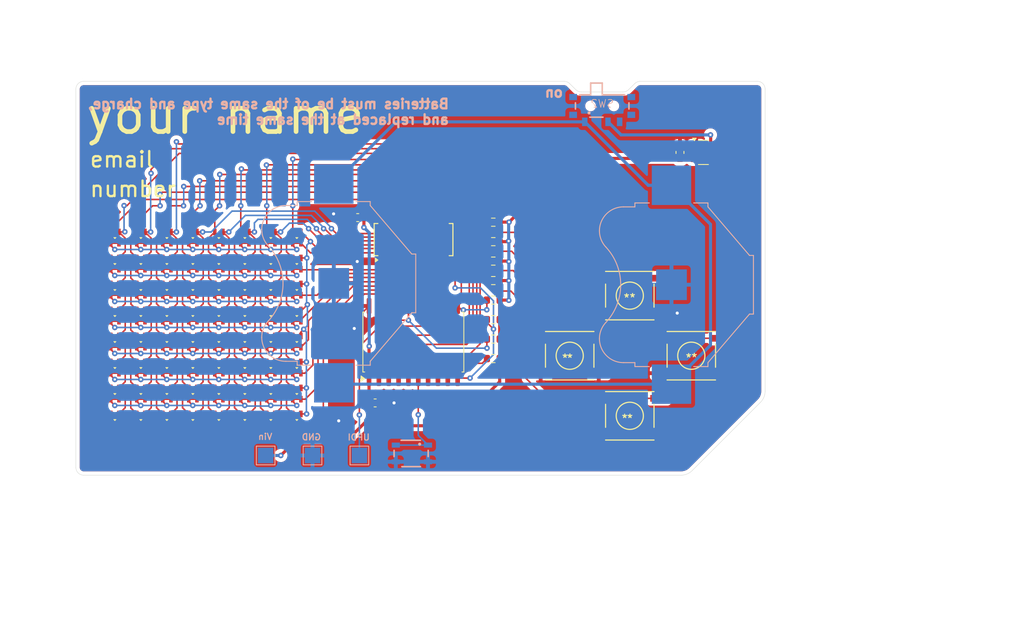
<source format=kicad_pcb>
(kicad_pcb (version 20240108) (generator "pcbnew") (generator_version "8.0")
  (layers (0 "F.Cu" signal "Front") (31 "B.Cu" signal "Back") (34 "B.Paste" user) (35 "F.Paste" user) (36 "B.SilkS" user "B.Silkscreen") (37 "F.SilkS" user "F.Silkscreen") (38 "B.Mask" user) (39 "F.Mask" user) (44 "Edge.Cuts" user))
  (net 0 "")
  (net 1 "VCC")
  (net 2 "GND")
  (net 3 "Net-(D105-K1)")
  (net 4 "Net-(D65-A1)")
  (net 5 "Net-(D65-A2)")
  (net 6 "Net-(D106-K1)")
  (net 7 "Net-(D107-K1)")
  (net 8 "Net-(D100-K1)")
  (net 9 "Net-(D101-K1)")
  (net 10 "Net-(D102-K1)")
  (net 11 "Net-(D103-K1)")
  (net 12 "Net-(D104-K1)")
  (net 13 "Net-(D73-A1)")
  (net 14 "Net-(D73-A2)")
  (net 15 "Net-(D81-A1)")
  (net 16 "Net-(D81-A2)")
  (net 17 "Net-(D89-A1)")
  (net 18 "Net-(D89-A2)")
  (net 19 "Net-(D100-A2)")
  (net 20 "Net-(D100-A1)")
  (net 21 "Net-(D105-A1)")
  (net 22 "Net-(D105-A2)")
  (net 23 "Net-(D113-A2)")
  (net 24 "Net-(D113-A1)")
  (net 25 "Net-(D121-A1)")
  (net 26 "Net-(D121-A2)")
  (net 27 "/SDA")
  (net 28 "/SCL")
  (net 29 "/UPDI")
  (net 30 "/A0")
  (net 31 "/A1")
  (net 32 "/A2")
  (net 33 "/A3")
  (net 34 "/A4")
  (net 35 "+BATT")
  (net 46 "Net-(Q2-D)")
  (footprint "my_stuff:LTST-BILED-15X16" (layer "F.Cu") (at 109.4062 120.359)
    (property "Reference" "D122" (hide yes))
    (property "Value" "~")
  )
  (footprint "my_stuff:LTST-BILED-15X16" (layer "F.Cu") (at 85.9366 127.0646)
    (property "Reference" "D68" (hide yes))
    (property "Value" "~")
  )
  (footprint "my_stuff:LTST-BILED-15X16" (layer "F.Cu") (at 89.2894 123.7118)
    (property "Reference" "D75" (hide yes))
    (property "Value" "~")
  )
  (footprint "my_stuff:LTST-BILED-15X16" (layer "F.Cu") (at 109.4062 123.7118)
    (property "Reference" "D123" (hide yes))
    (property "Value" "~")
  )
  (footprint "my_stuff:LTST-BILED-15X16" (layer "F.Cu") (at 102.7006 140.4758)
    (property "Reference" "D112" (hide yes))
    (property "Value" "~")
  )
  (footprint "my_stuff:LTST-BILED-15X16" (layer "F.Cu") (at 85.9366 117.0062)
    (property "Reference" "D65" (hide yes))
    (property "Value" "~")
  )
  (footprint "my_stuff:LTST-BILED-15X16" (layer "F.Cu") (at 92.6422 120.359)
    (property "Reference" "D82" (hide yes))
    (property "Value" "~")
  )
  (footprint "my_stuff:button_6mm_smd" (layer "F.Cu") (at 152.3534 124.493)
    (property "Reference" "U4" (hide yes))
    (property "Value" "SWITCH_TACTILE")
  )
  (footprint "my_stuff:LTST-BILED-15X16" (layer "F.Cu") (at 106.0534 130.4174)
    (property "Reference" "D117" (hide yes))
    (property "Value" "~")
  )
  (footprint "my_stuff:LTST-BILED-15X16" (layer "F.Cu") (at 99.3478 123.7118)
    (property "Reference" "D99" (hide yes))
    (property "Value" "~")
  )
  (footprint "Resistor_SMD:R_0603_1608Metric" (layer "F.Cu") (at 134.747 125.0696 180)
    (property "Reference" "R2" (hide yes))
    (property "Value" "10k")
  )
  (footprint "my_stuff:LTST-BILED-15X16" (layer "F.Cu") (at 99.3478 117.0062)
    (property "Reference" "D97" (hide yes))
    (property "Value" "~")
  )
  (footprint "my_stuff:LTST-BILED-15X16" (layer "F.Cu") (at 85.9366 130.4174)
    (property "Reference" "D69" (hide yes))
    (property "Value" "~")
  )
  (footprint "my_stuff:LTST-BILED-15X16" (layer "F.Cu") (at 95.995 130.4174)
    (property "Reference" "D93" (hide yes))
    (property "Value" "~")
  )
  (footprint "my_stuff:LTST-BILED-15X16" (layer "F.Cu") (at 99.3478 130.4174)
    (property "Reference" "D101" (hide yes))
    (property "Value" "~")
  )
  (footprint "my_stuff:LTST-BILED-15X16" (layer "F.Cu") (at 85.9366 120.359)
    (property "Reference" "D66" (hide yes))
    (property "Value" "~")
  )
  (footprint "my_stuff:LTST-BILED-15X16" (layer "F.Cu") (at 106.0534 140.4758)
    (property "Reference" "D120" (hide yes))
    (property "Value" "~")
  )
  (footprint "Capacitor_SMD:C_0603_1608Metric" (layer "F.Cu") (at 117.2588 114.427 180)
    (property "Reference" "C3" (hide yes))
    (property "Value" "10uF")
  )
  (footprint "my_stuff:button_6mm_smd" (layer "F.Cu") (at 160.2884 132.243)
    (property "Reference" "U5" (hide yes))
    (property "Value" "SWITCH_TACTILE")
  )
  (footprint "my_stuff:LTST-BILED-15X16" (layer "F.Cu") (at 92.6422 117.0062)
    (property "Reference" "D81" (hide yes))
    (property "Value" "~")
  )
  (footprint "my_stuff:button_6mm_smd" (layer "F.Cu") (at 144.6034 132.243)
    (property "Reference" "U6" (hide yes))
    (property "Value" "SWITCH_TACTILE")
  )
  (footprint "my_stuff:LTST-BILED-15X16" (layer "F.Cu") (at 102.7006 127.0646)
    (property "Reference" "D108" (hide yes))
    (property "Value" "~")
  )
  (footprint "Resistor_SMD:R_0603_1608Metric" (layer "F.Cu") (at 134.747 127.5842 180)
    (property "Reference" "R1" (hide yes))
    (property "Value" "10k")
  )
  (footprint "my_stuff:button_6mm_smd" (layer "F.Cu") (at 152.3534 139.993)
    (property "Reference" "U7" (hide yes))
    (property "Value" "SWITCH_TACTILE")
  )
  (footprint "my_stuff:LTST-BILED-15X16" (layer "F.Cu") (at 106.0534 123.7118)
    (property "Reference" "D115" (hide yes))
    (property "Value" "~")
  )
  (footprint "my_stuff:LTST-BILED-15X16" (layer "F.Cu") (at 92.6422 133.7702)
    (property "Reference" "D86" (hide yes))
    (property "Value" "~")
  )
  (footprint "my_stuff:LTST-BILED-15X16" (layer "F.Cu") (at 95.995 137.123)
    (property "Reference" "D95" (hide yes))
    (property "Value" "~")
  )
  (footprint "my_stuff:HT16K33_ssop" (layer "F.Cu") (at 124.46 117.4115 90)
    (property "Reference" "U2" (hide yes))
    (property "Value" "ht16k33 28 ssoc")
  )
  (footprint "my_stuff:LTST-BILED-15X16" (layer "F.Cu") (at 106.0534 120.359)
    (property "Reference" "D114" (hide yes))
    (property "Value" "~")
  )
  (footprint "my_stuff:LTST-BILED-15X16" (layer "F.Cu") (at 99.3478 127.0646)
    (property "Reference" "D100" (hide yes))
    (property "Value" "~")
  )
  (footprint "my_stuff:LTST-BILED-15X16" (layer "F.Cu") (at 99.3478 140.4758)
    (property "Reference" "D104" (hide yes))
    (property "Value" "~")
  )
  (footprint "Resistor_SMD:R_0603_1608Metric" (layer "F.Cu") (at 134.747 115.0204 180)
    (property "Reference" "R4" (hide yes))
    (property "Value" "10k")
  )
  (footprint "my_stuff:LTST-BILED-15X16" (layer "F.Cu") (at 85.9366 137.123)
    (property "Reference" "D71" (hide yes))
    (property "Value" "~")
  )
  (footprint "my_stuff:LTST-BILED-15X16" (layer "F.Cu") (at 109.4062 117.0062)
    (property "Reference" "D121" (hide yes))
    (property "Value" "~")
  )
  (footprint "my_stuff:LTST-BILED-15X16" (layer "F.Cu") (at 89.2894 117.0062)
    (property "Reference" "D73" (hide yes))
    (property "Value" "~")
  )
  (footprint "my_stuff:LTST-BILED-15X16" (layer "F.Cu") (at 95.995 127.0646)
    (property "Reference" "D92" (hide yes))
    (property "Value" "~")
  )
  (footprint "my_stuff:LTST-BILED-15X16" (layer "F.Cu") (at 106.0534 137.123)
    (property "Reference" "D119" (hide yes))
    (property "Value" "~")
  )
  (footprint "my_stuff:LTST-BILED-15X16" (layer "F.Cu") (at 102.7006 130.4174)
    (property "Reference" "D109" (hide yes))
    (property "Value" "~")
  )
  (footprint "my_stuff:LTST-BILED-15X16" (layer "F.Cu") (at 89.2894 127.0646)
    (property "Reference" "D76" (hide yes))
    (property "Value" "~")
  )
  (footprint "my_stuff:LTST-BILED-15X16" (layer "F.Cu") (at 99.3478 137.123)
    (property "Reference" "D103" (hide yes))
    (property "Value" "~")
  )
  (footprint "my_stuff:LTST-BILED-15X16" (layer "F.Cu") (at 106.0534 127.0646)
    (property "Reference" "D116" (hide yes))
    (property "Value" "~")
  )
  (footprint "my_stuff:LTST-BILED-15X16" (layer "F.Cu") (at 89.2894 130.4174)
    (property "Reference" "D77" (hide yes))
    (property "Value" "~")
  )
  (footprint "Resistor_SMD:R_0603_1608Metric" (layer "F.Cu") (at 134.747 117.5304 180)
    (property "Reference" "R5" (hide yes))
    (property "Value" "10k")
  )
  (footprint "my_stuff:LTST-BILED-15X16" (layer "F.Cu") (at 89.2894 140.4758)
    (property "Reference" "D80" (hide yes))
    (property "Value" "~")
  )
  (footprint "my_stuff:LTST-BILED-15X16" (layer "F.Cu") (at 106.0534 133.7702)
    (property "Reference" "D118" (hide yes))
    (property "Value" "~")
  )
  (footprint "my_stuff:LTST-BILED-15X16" (layer "F.Cu") (at 95.995 120.359)
    (property "Reference" "D90" (hide yes))
    (property "Value" "~")
  )
  (footprint "my_stuff:LTST-BILED-15X16" (layer "F.Cu") (at 99.3478 133.7702)
    (property "Reference" "D102" (hide yes))
    (property "Value" "~")
  )
  (footprint "my_stuff:LTST-BILED-15X16" (layer "F.Cu") (at 92.6422 130.4174)
    (property "Reference" "D85" (hide yes))
    (property "Value" "~")
  )
  (footprint "my_stuff:LTST-BILED-15X16" (layer "F.Cu") (at 85.9366 133.7702)
    (property "Reference" "D70" (hide yes))
    (property "Value" "~")
  )
  (footprint "my_stuff:LTST-BILED-15X16" (layer "F.Cu") (at 109.4062 130.4174)
    (property "Reference" "D125" (hide yes))
    (property "Value" "~")
  )
  (footprint "my_stuff:LTST-BILED-15X16" (layer "F.Cu") (at 85.9366 123.7118)
    (property "Reference" "D67" (hide yes))
    (property "Value" "~")
  )
  (footprint "my_stuff:LTST-BILED-15X16" (layer "F.Cu") (at 89.2894 137.123)
    (property "Reference" "D79" (hide yes))
    (property "Value" "~")
  )
  (footprint "Resistor_SMD:R_0603_1608Metric" (layer "F.Cu") (at 134.747 120.0404 180)
    (property "Reference" "R6" (hide yes))
    (property "Value" "10k")
  )
  (footprint "my_stuff:LTST-BILED-15X16" (layer "F.Cu") (at 109.4062 137.123)
    (property "Reference" "D127" (hide yes))
    (property "Value" "~")
  )
  (footprint "my_stuff:LTST-BILED-15X16" (layer "F.Cu") (at 102.7006 137.123)
    (property "Reference" "D111" (hide yes))
    (property "Value" "~")
  )
  (footprint "my_stuff:LTST-BILED-15X16" (layer "F.Cu") (at 102.7006 123.7118)
    (property "Reference" "D107" (hide yes))
    (property "Value" "~")
  )
  (footprint "my_stuff:LTST-BILED-15X16" (layer "F.Cu") (at 106.0534 117.0062)
    (property "Reference" "D113" (hide yes))
    (property "Value" "~")
  )
  (footprint "my_stuff:LTST-BILED-15X16" (layer "F.Cu") (at 109.4062 140.4758)
    (property "Reference" "D128" (hide yes))
    (property "Value" "~")
  )
  (footprint "my_stuff:LTST-BILED-15X16" (layer "F.Cu") (at 95.995 123.7118)
    (property "Reference" "D91" (hide yes))
    (property "Value" "~")
  )
  (footprint "my_stuff:LTST-BILED-15X16" (layer "F.Cu") (at 95.995 117.0062)
    (property "Reference" "D89" (hide yes))
    (property "Value" "~")
  )
  (footprint "my_stuff:LTST-BILED-15X16" (layer "F.Cu") (at 95.995 133.7702)
    (property "Reference" "D94" (hide yes))
    (property "Value" "~")
  )
  (footprint "Capacitor_SMD:C_0603_1608Metric" (layer "F.Cu") (at 158.8262 106.0196 90)
    (property "Reference" "C4" (hide yes))
    (property "Value" "10uF")
  )
  (footprint "Resistor_SMD:R_0603_1608Metric" (layer "F.Cu") (at 134.747 132.6134 180)
    (property "Reference" "R8" (hide yes))
    (property "Value" "10k")
  )
  (footprint "my_stuff:LTST-BILED-15X16" (layer "F.Cu") (at 89.2894 120.359)
    (property "Reference" "D74" (hide yes))
    (property "Value" "~")
  )
  (footprint "my_stuff:LTST-BILED-15X16" (layer "F.Cu") (at 89.2894 133.7702)
    (property "Reference" "D78" (hide yes))
    (property "Value" "~")
  )
  (footprint "my_stuff:LTST-BILED-15X16" (layer "F.Cu") (at 109.4062 127.0646)
    (property "Reference" "D124" (hide yes))
    (property "Value" "~")
  )
  (footprint "Package_SO:SOIC-20W_7.5x12.8mm_P1.27mm" (layer "F.Cu") (at 124.4346 130.4798 90)
    (property "Reference" "U3" (hide yes))
    (property "Value" "ATtiny1616-S")
  )
  (footprint "my_stuff:LTST-BILED-15X16" (layer "F.Cu") (at 95.995 140.4758)
    (property "Reference" "D96" (hide yes))
    (property "Value" "~")
  )
  (footprint "my_stuff:LTST-BILED-15X16" (layer "F.Cu") (at 102.7006 120.359)
    (property "Reference" "D106" (hide yes))
    (property "Value" "~")
  )
  (footprint "my_stuff:LTST-BILED-15X16" (layer "F.Cu") (at 99.3478 120.359)
    (property "Reference" "D98" (hide yes))
    (property "Value" "~")
  )
  (footprint "Package_TO_SOT_SMD:SOT-23" (layer "F.Cu") (at 161.8488 106.0196)
    (property "Reference" "Q2" (hide yes))
    (property "Value" "IRLML6402")
  )
  (footprint "my_stuff:LTST-BILED-15X16" (layer "F.Cu") (at 102.7006 133.7702)
    (property "Reference" "D110" (hide yes))
    (property "Value" "~")
  )
  (footprint "Resistor_SMD:R_0603_1608Metric" (layer "F.Cu") (at 134.747 122.5504 180)
    (property "Reference" "R7" (hide yes))
    (property "Value" "10k")
  )
  (footprint "Resistor_SMD:R_0603_1608Metric" (layer "F.Cu") (at 134.747 130.0988 180)
    (property "Reference" "R3" (hide yes))
    (property "Value" "10k")
  )
  (footprint "my_stuff:LTST-BILED-15X16" (layer "F.Cu") (at 102.7006 117.0062)
    (property "Reference" "D105" (hide yes))
    (property "Value" "~")
  )
  (footprint "Capacitor_SMD:C_0603_1608Metric" (layer "F.Cu") (at 119.507 138.3284)
    (property "Reference" "C1" (hide yes))
    (property "Value" ".1uF")
  )
  (footprint "my_stuff:LTST-BILED-15X16" (layer "F.Cu") (at 85.9366 140.4758)
    (property "Reference" "D72" (hide yes))
    (property "Value" "~")
  )
  (footprint "my_stuff:LTST-BILED-15X16" (layer "F.Cu") (at 92.6422 140.4758)
    (property "Reference" "D88" (hide yes))
    (property "Value" "~")
  )
  (footprint "my_stuff:LTST-BILED-15X16" (layer "F.Cu") (at 92.6422 127.0646)
    (property "Reference" "D84" (hide yes))
    (property "Value" "~")
  )
  (footprint "my_stuff:LTST-BILED-15X16" (layer "F.Cu") (at 92.6422 137.123)
    (property "Reference" "D87" (hide yes))
    (property "Value" "~")
  )
  (footprint "my_stuff:LTST-BILED-15X16" (layer "F.Cu") (at 109.4062 133.7702)
    (property "Reference" "D126" (hide yes))
    (property "Value" "~")
  )
  (footprint "my_stuff:LTST-BILED-15X16" (layer "F.Cu") (at 92.6422 123.7118)
    (property "Reference" "D83" (hide yes))
    (property "Value" "~")
  )
  (footprint "TestPoint:TestPoint_Pad_2.0x2.0mm" (layer "B.Cu") (at 111.4298 145.1102 180)
    (property "Reference" "TP8" (hide yes))
    (property "Value" "TestPoint")
  )
  (footprint "my_stuff:BAT_3002" (layer "B.Cu") (at 114.173 122.9126 -90)
    (property "Reference" "BT1" (hide yes))
    (property "Value" "Battery_Cell")
  )
  (footprint "TestPoint:TestPoint_Pad_2.0x2.0mm" (layer "B.Cu") (at 105.3846 145.1102 180)
    (property "Reference" "TP9" (hide yes))
    (property "Value" "TestPoint")
  )
  (footprint "my_stuff:434133025816" (layer "B.Cu") (at 124.249 144.848 180)
    (property "Reference" "S1" (hide yes))
    (property "Value" "434133025816")
  )
  (footprint "my_stuff:BAT_3002" (layer "B.Cu") (at 157.7304 123.0871 -90)
    (property "Reference" "BT2" (hide yes))
    (property "Value" "Battery_Cell")
  )
  (footprint "my_stuff:slide_switch_wurth" (layer "B.Cu") (at 148.7996 100.2322 180)
    (property "Reference" "SW2")
    (property "Value" "SW_SPDT")
  )
  (footprint "TestPoint:TestPoint_Pad_2.0x2.0mm" (layer "B.Cu") (at 117.475 145.1102 180)
    (property "Reference" "TP7" (hide yes))
    (property "Value" "TestPoint")
  )
  (gr_arc (start 168.8084 96.8502) (mid 169.515489 97.143103) (end 169.8084 97.8502) (stroke (width 0.05)) (layer "Edge.Cuts"))
  (gr_arc (start 143.88855 96.8502) (mid 144.266992 96.924575) (end 144.58914 97.136636) (stroke (width 0.05)) (layer "Edge.Cuts"))
  (gr_arc (start 80.9084 97.8502) (mid 81.201293 97.143093) (end 81.9084 96.8502) (stroke (width 0.05)) (layer "Edge.Cuts"))
  (gr_arc (start 169.8084 136.821773) (mid 169.656164 137.587141) (end 169.222614 138.235986) (stroke (width 0.05)) (layer "Edge.Cuts"))
  (gr_arc (start 146.10325 98.2218) (mid 145.724798 98.147441) (end 145.40266 97.935364) (stroke (width 0.05)) (layer "Edge.Cuts"))
  (gr_line (start 168.8084 96.8502) (end 153.69785 96.8502) (stroke (width 0.05)) (layer "Edge.Cuts"))
  (gr_line (start 152.99726 97.136636) (end 152.18374 97.935364) (stroke (width 0.05)) (layer "Edge.Cuts"))
  (gr_line (start 146.10325 98.2218) (end 151.48315 98.2218) (stroke (width 0.05)) (layer "Edge.Cuts"))
  (gr_arc (start 160.394187 147.064413) (mid 159.745337 147.497951) (end 158.979973 147.6502) (stroke (width 0.05)) (layer "Edge.Cuts"))
  (gr_line (start 144.58914 97.136636) (end 145.40266 97.935364) (stroke (width 0.05)) (layer "Edge.Cuts"))
  (gr_line (start 160.394187 147.064413) (end 169.222614 138.235986) (stroke (width 0.05)) (layer "Edge.Cuts"))
  (gr_arc (start 152.99726 97.136636) (mid 153.319411 96.924591) (end 153.69785 96.8502) (stroke (width 0.05)) (layer "Edge.Cuts"))
  (gr_line (start 81.9084 96.8502) (end 143.88855 96.8502) (stroke (width 0.05)) (layer "Edge.Cuts"))
  (gr_arc (start 81.9084 147.6502) (mid 81.201293 147.357307) (end 80.9084 146.6502) (stroke (width 0.05)) (layer "Edge.Cuts"))
  (gr_line (start 80.9084 97.8502) (end 80.9084 146.6502) (stroke (width 0.05)) (layer "Edge.Cuts"))
  (gr_arc (start 152.18374 97.935364) (mid 151.861589 98.147409) (end 151.48315 98.2218) (stroke (width 0.05)) (layer "Edge.Cuts"))
  (gr_line (start 81.9084 147.6502) (end 158.979973 147.6502) (stroke (width 0.05)) (layer "Edge.Cuts"))
  (gr_line (start 169.8084 97.8502) (end 169.8084 136.821773) (stroke (width 0.05)) (layer "Edge.Cuts"))
  (gr_text "GND" (at 112.5982 143.2052 0) (layer "B.SilkS") (effects (font (size 0.8 0.8) (thickness 0.15) (bold yes)) (justify left bottom mirror)))
  (gr_text "Batteries must be of the same type and charge, \nand replaced at the same time" (at 129.1844 102.5144 0) (layer "B.SilkS") (effects (font (size 1.25 1.25) (thickness 0.3) (bold yes)) (justify left bottom mirror)))
  (gr_text "on" (at 143.891 99.0092 0) (layer "B.SilkS") (effects (font (size 1.25 1.25) (thickness 0.3) (bold yes)) (justify left bottom mirror)))
  (gr_text "UPDI" (at 118.8974 143.2306 0) (layer "B.SilkS") (effects (font (size 0.8 0.8) (thickness 0.15) (bold yes)) (justify left bottom mirror)))
  (gr_text "Vin" (at 106.3244 143.1544 0) (layer "B.SilkS") (effects (font (size 0.8 0.8) (thickness 0.15) (bold yes)) (justify left bottom mirror)))
  (gr_text "number" (at 82.55 111.9124 0) (layer "F.SilkS") (effects (font (size 2 2) (thickness 0.3)) (justify left bottom)))
  (gr_text "email" (at 82.55 108.1024 0) (layer "F.SilkS") (effects (font (size 2 2) (thickness 0.3)) (justify left bottom)))
  (gr_text "your name" (at 81.915 103.9114 0) (layer "F.SilkS") (effects (font (size 4.5 4.5) (thickness 0.6)) (justify left bottom)))
  (segment (start 118.732 140.3226) (end 118.732 138.3284) (width 0.4) (layer "F.Cu") (net 1))
  (segment (start 136.6474 117.5304) (end 136.7282 117.4496) (width 0.4) (layer "F.Cu") (net 1))
  (segment (start 136.7282 125.0696) (end 136.7536 125.095) (width 0.4) (layer "F.Cu") (net 1))
  (segment (start 135.572 120.0404) (end 136.7028 120.0404) (width 0.4) (layer "F.Cu") (net 1))
  (segment (start 135.572 122.5504) (end 136.749 122.5504) (width 0.4) (layer "F.Cu") (net 1))
  (segment (start 136.749 122.5504) (end 136.7536 122.555) (width 0.4) (layer "F.Cu") (net 1))
  (segment (start 118.7196 138.316) (end 118.732 138.3284) (width 0.4) (layer "F.Cu") (net 1))
  (segment (start 136.7028 120.0404) (end 136.7536 120.0912) (width 0.4) (layer "F.Cu") (net 1))
  (segment (start 107.3404 145.1102) (end 109.4994 142.9512) (width 0.4) (layer "F.Cu") (net 1))
  (segment (start 135.5812 115.0112) (end 135.572 115.0204) (width 0.4) (layer "F.Cu") (net 1))
  (segment (start 135.572 117.5304) (end 136.6474 117.5304) (width 0.4) (layer "F.Cu") (net 1))
  (segment (start 135.572 135.5984) (end 135.572 132.6134) (width 0.4) (layer "F.Cu") (net 1))
  (segment (start 144.9956 106.7946) (end 136.779 115.0112) (width 0.4) (layer "F.Cu") (net 1))
  (segment (start 135.572 130.0988) (end 135.572 132.6134) (width 0.4) (layer "F.Cu") (net 1))
  (segment (start 135.572 125.0696) (end 136.7282 125.0696) (width 0.4) (layer "F.Cu") (net 1))
  (segment (start 118.7196 131.0386) (end 118.745 131.0132) (width 0.4) (layer "F.Cu") (net 1))
  (segment (start 158.8262 106.7946) (end 144.9956 106.7946) (width 0.4) (layer "F.Cu") (net 1))
  (segment (start 118.0338 114.427) (end 120.096 114.427) (width 0.4) (layer "F.Cu") (net 1))
  (segment (start 129.8956 141.2748) (end 135.572 135.5984) (width 0.4) (layer "F.Cu") (net 1))
  (segment (start 118.732 140.3226) (end 119.6842 141.2748) (width 0.4) (layer "F.Cu") (net 1))
  (segment (start 118.7196 135.1298) (end 118.7196 138.316) (width 0.4) (layer "F.Cu") (net 1))
  (segment (start 116.1034 142.9512) (end 118.732 140.3226) (width 0.4) (layer "F.Cu") (net 1))
  (segment (start 109.4994 142.9512) (end 116.1034 142.9512) (width 0.4) (layer "F.Cu") (net 1))
  (segment (start 120.096 114.427) (end 120.3325 114.6635) (width 0.4) (layer "F.Cu") (net 1))
  (segment (start 118.7196 135.1298) (end 118.7196 131.0386) (width 0.4) (layer "F.Cu") (net 1))
  (segment (start 135.572 127.5842) (end 135.572 125.0696) (width 0.4) (layer "F.Cu") (net 1))
  (segment (start 160.7363 106.7946) (end 160.9113 106.9696) (width 0.4) (layer "F.Cu") (net 1))
  (segment (start 118.0592 114.4524) (end 118.0338 114.427) (width 0.4) (layer "F.Cu") (net 1))
  (segment (start 136.779 115.0112) (end 135.5812 115.0112) (width 0.4) (layer "F.Cu") (net 1))
  (segment (start 119.6842 141.2748) (end 129.8956 141.2748) (width 0.4) (layer "F.Cu") (net 1))
  (segment (start 158.8262 106.7946) (end 160.7363 106.7946) (width 0.4) (layer "F.Cu") (net 1))
  (segment (start 118.0592 115.697) (end 118.0592 114.4524) (width 0.4) (layer "F.Cu") (net 1))
  (segment (start 135.572 130.0988) (end 135.572 127.5842) (width 0.4) (layer "F.Cu") (net 1))
  (via (at 136.7536 120.0912) (size 0.7) (drill 0.3) (layers "F.Cu" "B.Cu") (net 1))
  (via (at 107.3404 145.1102) (size 0.7) (drill 0.3) (layers "F.Cu" "B.Cu") (net 1))
  (via (at 118.745 131.0132) (size 0.7) (drill 0.3) (layers "F.Cu" "B.Cu") (net 1))
  (via (at 118.0592 115.697) (size 0.7) (drill 0.3) (layers "F.Cu" "B.Cu") (net 1))
  (via (at 136.779 115.0112) (size 0.7) (drill 0.3) (layers "F.Cu" "B.Cu") (net 1))
  (via (at 136.7536 122.555) (size 0.7) (drill 0.3) (layers "F.Cu" "B.Cu") (net 1))
  (via (at 136.7536 125.095) (size 0.7) (drill 0.3) (layers "F.Cu" "B.Cu") (net 1))
  (via (at 136.7282 117.4496) (size 0.7) (drill 0.3) (layers "F.Cu" "B.Cu") (net 1))
  (segment (start 105.3846 145.1102) (end 107.3404 145.1102) (width 0.4) (layer "B.Cu") (net 1))
  (segment (start 136.7282 115.062) (end 136.779 115.0112) (width 0.4) (layer "B.Cu") (net 1))
  (segment (start 118.745 131.0132) (end 118.745 116.3828) (width 0.4) (layer "B.Cu") (net 1))
  (segment (start 136.7536 122.555) (end 136.7536 120.0912) (width 0.4) (layer "B.Cu") (net 1))
  (segment (start 136.7536 125.095) (end 136.7536 122.555) (width 0.4) (layer "B.Cu") (net 1))
  (segment (start 118.745 116.3828) (end 118.0592 115.697) (width 0.4) (layer "B.Cu") (net 1))
  (segment (start 136.7536 117.475) (end 136.7282 117.4496) (width 0.4) (layer "B.Cu") (net 1))
  (segment (start 136.7536 120.0912) (end 136.7536 117.475) (width 0.4) (layer "B.Cu") (net 1))
  (segment (start 136.7282 117.4496) (end 136.7282 115.062) (width 0.4) (layer "B.Cu") (net 1))
  (segment (start 120.282 138.3284) (end 121.9454 138.3284) (width 0.2) (layer "F.Cu") (net 2))
  (segment (start 156.0999 126.743001) (end 158.467601 126.743001) (width 0.2) (layer "F.Cu") (net 2))
  (segment (start 116.4838 114.427) (end 114.6302 114.427) (width 0.2) (layer "F.Cu") (net 2))
  (segment (start 117.4233 119.8635) (end 117.1956 120.0912) (width 0.2) (layer "F.Cu") (net 2))
  (segment (start 116.8146 127.7348) (end 116.8146 128.7272) (width 0.2) (layer "F.Cu") (net 2))
  (segment (start 120.3325 119.8635) (end 117.4233 119.8635) (width 0.2) (layer "F.Cu") (net 2))
  (segment (start 158.467601 126.743001) (end 158.4706 126.746) (width 0.2) (layer "F.Cu") (net 2))
  (segment (start 114.6302 114.427) (end 114.1476 113.9444) (width 0.2) (layer "F.Cu") (net 2))
  (segment (start 118.7196 125.8298) (end 116.8146 127.7348) (width 0.2) (layer "F.Cu") (net 2))
  (via (at 158.4706 126.746) (size 0.9) (drill 0.4) (layers "F.Cu" "B.Cu") (net 2))
  (via (at 121.9454 138.3284) (size 0.9) (drill 0.4) (layers "F.Cu" "B.Cu") (net 2))
  (via (at 116.8146 128.7272) (size 0.9) (drill 0.4) (layers "F.Cu" "B.Cu") (net 2))
  (via (at 117.1956 120.0912) (size 0.9) (drill 0.4) (layers "F.Cu" "B.Cu") (net 2))
  (via (at 114.808 140.6398) (size 0.9) (drill 0.4) (layers "F.Cu" "B.Cu") (net 2))
  (via (at 114.1476 113.9444) (size 0.9) (drill 0.4) (layers "F.Cu" "B.Cu") (net 2))
  (segment (start 120.9675 119.8635) (end 120.9675 119.0635) (width 0.2) (layer "F.Cu") (net 3))
  (segment (start 105.4776 117.729) (end 106.5276 117.729) (width 0.2) (layer "F.Cu") (net 3))
  (segment (start 108.8812 118.0252) (end 109.3978 118.5418) (width 0.2) (layer "F.Cu") (net 3))
  (segment (start 102.1756 118.0252) (end 102.6922 118.5418) (width 0.2) (layer "F.Cu") (net 3))
  (segment (start 92.1172 118.0252) (end 92.6338 118.5418) (width 0.2) (layer "F.Cu") (net 3))
  (segment (start 109.9312 117.7312) (end 109.9312 118.0084) (width 0.2) (layer "F.Cu") (net 3))
  (segment (start 85.4116 117.7312) (end 85.4116 118.0252) (width 0.2) (layer "F.Cu") (net 3))
  (segment (start 98.8228 117.7312) (end 98.8228 118.0252) (width 0.2) (layer "F.Cu") (net 3))
  (segment (start 88.7644 118.0252) (end 89.281 118.5418) (width 0.2) (layer "F.Cu") (net 3))
  (segment (start 105.5284 118.0252) (end 106.045 118.5418) (width 0.2) (layer "F.Cu") (net 3))
  (segment (start 92.0664 117.729) (end 93.1164 117.729) (width 0.2) (layer "F.Cu") (net 3))
  (segment (start 105.5284 117.7312) (end 105.5284 118.0252) (width 0.2) (layer "F.Cu") (net 3))
  (segment (start 92.1172 117.7312) (end 92.1172 118.0252) (width 0.2) (layer "F.Cu") (net 3))
  (segment (start 98.772 117.729) (end 99.822 117.729) (width 0.2) (layer "F.Cu") (net 3))
  (segment (start 95.4192 117.729) (end 96.4692 117.729) (width 0.2) (layer "F.Cu") (net 3))
  (segment (start 98.8228 118.0252) (end 99.3394 118.5418) (width 0.2) (layer "F.Cu") (net 3))
  (segment (start 85.4116 118.0252) (end 85.9282 118.5418) (width 0.2) (layer "F.Cu") (net 3))
  (segment (start 108.8812 117.7312) (end 108.8812 118.0252) (width 0.2) (layer "F.Cu") (net 3))
  (segment (start 108.8304 117.729) (end 109.8804 117.729) (width 0.2) (layer "F.Cu") (net 3))
  (segment (start 88.7136 117.729) (end 89.7636 117.729) (width 0.2) (layer "F.Cu") (net 3))
  (segment (start 85.3608 117.729) (end 86.4108 117.729) (width 0.2) (layer "F.Cu") (net 3))
  (segment (start 102.1756 117.7312) (end 102.1756 118.0252) (width 0.2) (layer "F.Cu") (net 3))
  (segment (start 120.9675 119.0635) (end 120.8776 118.9736) (width 0.2) (layer "F.Cu") (net 3))
  (segment (start 95.47 117.7312) (end 95.47 118.0252) (width 0.2) (layer "F.Cu") (net 3))
  (segment (start 95.47 118.0252) (end 95.9866 118.5418) (width 0.2) (layer "F.Cu") (net 3))
  (segment (start 88.7644 117.7312) (end 88.7644 118.0252) (width 0.2) (layer "F.Cu") (net 3))
  (segment (start 111.1736 118.9736) (end 109.9312 117.7312) (width 0.2) (layer "F.Cu") (net 3))
  (segment (start 120.8776 118.9736) (end 111.1736 118.9736) (width 0.2) (layer "F.Cu") (net 3))
  (segment (start 102.1248 117.729) (end 103.1748 117.729) (width 0.2) (layer "F.Cu") (net 3))
  (via (at 102.6922 118.5418) (size 0.7) (drill 0.3) (layers "F.Cu" "B.Cu") (net 3))
  (via (at 106.045 118.5418) (size 0.7) (drill 0.3) (layers "F.Cu" "B.Cu") (net 3))
  (via (at 99.3394 118.5418) (size 0.7) (drill 0.3) (layers "F.Cu" "B.Cu") (net 3))
  (via (at 95.9866 118.5418) (size 0.7) (drill 0.3) (layers "F.Cu" "B.Cu") (net 3))
  (via (at 89.281 118.5418) (size 0.7) (drill 0.3) (layers "F.Cu" "B.Cu") (net 3))
  (via (at 92.6338 118.5418) (size 0.7) (drill 0.3) (layers "F.Cu" "B.Cu") (net 3))
  (via (at 109.3978 118.5418) (size 0.7) (drill 0.3) (layers "F.Cu" "B.Cu") (net 3))
  (via (at 85.9282 118.5418) (size 0.7) (drill 0.3) (layers "F.Cu" "B.Cu") (net 3))
  (segment (start 85.9282 118.5418) (end 89.281 118.5418) (width 0.2) (layer "B.Cu") (net 3))
  (segment (start 89.281 118.5418) (end 92.6338 118.5418) (width 0.2) (layer "B.Cu") (net 3))
  (segment (start 92.6338 118.5418) (end 95.9866 118.5418) (width 0.2) (layer "B.Cu") (net 3))
  (segment (start 102.6922 118.5418) (end 106.045 118.5418) (width 0.2) (layer "B.Cu") (net 3))
  (segment (start 106.045 118.5418) (end 109.3978 118.5418) (width 0.2) (layer "B.Cu") (net 3))
  (segment (start 95.9866 118.5418) (end 99.3394 118.5418) (width 0.2) (layer "B.Cu") (net 3))
  (segment (start 99.3394 118.5418) (end 102.6922 118.5418) (width 0.2) (layer "B.Cu") (net 3))
  (segment (start 87.2744 120.4468) (end 87.2744 122.174) (width 0.2) (layer "F.Cu") (net 4))
  (segment (start 127.3175 108.6231) (end 124.841 106.1466) (width 0.2) (layer "F.Cu") (net 4))
  (segment (start 87.2744 138.938) (end 86.4616 139.7508) (width 0.2) (layer "F.Cu") (net 4))
  (segment (start 87.2744 135.5852) (end 86.4616 136.398) (width 0.2) (layer "F.Cu") (net 4))
  (segment (start 86.4616 133.0452) (end 87.2744 133.858) (width 0.2) (layer "F.Cu") (net 4))
  (segment (start 87.2744 122.174) (end 86.4616 122.9868) (width 0.2) (layer "F.Cu") (net 4))
  (segment (start 87.2744 130.5052) (end 87.2744 132.2324) (width 0.2) (layer "F.Cu") (net 4))
  (segment (start 87.2744 123.7996) (end 87.2744 125.5268) (width 0.2) (layer "F.Cu") (net 4))
  (segment (start 87.2744 128.8796) (end 86.4616 129.6924) (width 0.2) (layer "F.Cu") (net 4))
  (segment (start 87.2744 127.1524) (end 87.2744 128.8796) (width 0.2) (layer "F.Cu") (net 4))
  (segment (start 87.1982 116.2812) (end 86.4616 116.2812) (width 0.2) (layer "F.Cu") (net 4))
  (segment (start 87.2236 116.2558) (end 87.1982 116.2812) (width 0.2) (layer "F.Cu") (net 4))
  (segment (start 86.4616 122.9868) (end 87.2744 123.7996) (width 0.2) (layer "F.Cu") (net 4))
  (segment (start 87.2744 117.094) (end 87.2744 118.8212) (width 0.2) (layer "F.Cu") (net 4))
  (segment (start 87.2744 132.2324) (end 86.4616 133.0452) (width 0.2) (layer "F.Cu") (net 4))
  (segment (start 86.4616 119.634) (end 87.2744 120.4468) (width 0.2) (layer "F.Cu") (net 4))
  (segment (start 86.4616 126.3396) (end 87.2744 127.1524) (width 0.2) (layer "F.Cu") (net 4))
  (segment (start 86.4616 129.6924) (end 87.2744 130.5052) (width 0.2) (layer "F.Cu") (net 4))
  (segment (start 124.841 106.1466) (end 94.234 106.1466) (width 0.2) (layer "F.Cu") (net 4))
  (segment (start 87.2744 125.5268) (end 86.4616 126.3396) (width 0.2) (layer "F.Cu") (net 4))
  (segment (start 87.2744 133.858) (end 87.2744 135.5852) (width 0.2) (layer "F.Cu") (net 4))
  (segment (start 87.503 112.8776) (end 87.122 112.8776) (width 0.2) (layer "F.Cu") (net 4))
  (segment (start 86.4616 116.2812) (end 87.2744 117.094) (width 0.2) (layer "F.Cu") (net 4))
  (segment (start 86.4616 136.398) (end 87.2744 137.2108) (width 0.2) (layer "F.Cu") (net 4))
  (segment (start 87.2744 137.2108) (end 87.2744 138.938) (width 0.2) (layer "F.Cu") (net 4))
  (segment (start 94.234 106.1466) (end 87.503 112.8776) (width 0.2) (layer "F.Cu") (net 4))
  (segment (start 127.3175 114.6635) (end 127.3175 108.6231) (width 0.2) (layer "F.Cu") (net 4))
  (segment (start 87.2744 118.8212) (end 86.4616 119.634) (width 0.2) (layer "F.Cu") (net 4))
  (via (at 87.2236 116.2558) (size 0.7) (drill 0.3) (layers "F.Cu" "B.Cu") (net 4))
  (via (at 87.122 112.8776) (size 0.7) (drill 0.3) (layers "F.Cu" "B.Cu") (net 4))
  (segment (start 87.122 112.8776) (end 87.122 116.1542) (width 0.2) (layer "B.Cu") (net 4))
  (segment (start 87.122 116.1542) (end 87.2236 116.2558) (width 0.2) (layer "B.Cu") (net 4))
  (segment (start 85.4116 129.6924) (end 84.6074 130.4966) (width 0.2) (layer "F.Cu") (net 5))
  (segment (start 84.6074 137.2022) (end 84.6074 138.9466) (width 0.2) (layer "F.Cu") (net 5))
  (segment (start 85.4116 116.2812) (end 85.4116 115.9088) (width 0.2) (layer "F.Cu") (net 5))
  (segment (start 84.6074 120.4382) (end 84.6074 122.1826) (width 0.2) (layer "F.Cu") (net 5))
  (segment (start 85.4116 119.634) (end 84.6074 120.4382) (width 0.2) (layer "F.Cu") (net 5))
  (segment (start 84.6074 127.1438) (end 84.6074 128.8882) (width 0.2) (layer "F.Cu") (net 5))
  (segment (start 84.6074 133.8494) (end 84.6074 135.5938) (width 0.2) (layer "F.Cu") (net 5))
  (segment (start 85.4116 116.3152) (end 84.6074 117.1194) (width 0.2) (layer "F.Cu") (net 5))
  (segment (start 85.4116 126.3396) (end 84.6074 127.1438) (width 0.2) (layer "F.Cu") (net 5))
  (segment (start 85.4116 122.9868) (end 84.6074 123.791) (width 0.2) (layer "F.Cu") (net 5))
  (segment (start 84.6074 125.5354) (end 85.4116 126.3396) (width 0.2) (layer "F.Cu") (net 5))
  (segment (start 120.3198 112.0902) (end 122.2375 114.0079) (width 0.2) (layer "F.Cu") (net 5))
  (segment (start 84.6074 135.5938) (end 85.4116 136.398) (width 0.2) (layer "F.Cu") (net 5))
  (segment (start 122.2375 114.0079) (end 122.2375 114.6635) (width 0.2) (layer "F.Cu") (net 5))
  (segment (start 84.6074 123.791) (end 84.6074 125.5354) (width 0.2) (layer "F.Cu") (net 5))
  (segment (start 85.4116 136.398) (end 84.6074 137.2022) (width 0.2) (layer "F.Cu") (net 5))
  (segment (start 85.4116 116.2812) (end 85.4116 116.3152) (width 0.2) (layer "F.Cu") (net 5))
  (segment (start 84.6074 118.8298) (end 85.4116 119.634) (width 0.2) (layer "F.Cu") (net 5))
  (segment (start 84.6074 132.241) (end 85.4116 133.0452) (width 0.2) (layer "F.Cu") (net 5))
  (segment (start 84.6074 117.1194) (end 84.6074 118.8298) (width 0.2) (layer "F.Cu") (net 5))
  (segment (start 84.6074 138.9466) (end 85.4116 139.7508) (width 0.2) (layer "F.Cu") (net 5))
  (segment (start 84.6074 122.1826) (end 85.4116 122.9868) (width 0.2) (layer "F.Cu") (net 5))
  (segment (start 84.6074 128.8882) (end 85.4116 129.6924) (width 0.2) (layer "F.Cu") (net 5))
  (segment (start 85.4116 115.9088) (end 89.2302 112.0902) (width 0.2) (layer "F.Cu") (net 5))
  (segment (start 89.2302 112.0902) (end 120.3198 112.0902) (width 0.2) (layer "F.Cu") (net 5))
  (segment (start 85.4116 133.0452) (end 84.6074 133.8494) (width 0.2) (layer "F.Cu") (net 5))
  (segment (start 84.6074 130.4966) (end 84.6074 132.241) (width 0.2) (layer "F.Cu") (net 5))
  (segment (start 108.8558 121.0818) (end 109.9058 121.0818) (width 0.2) (layer "F.Cu") (net 6))
  (segment (start 92.1172 121.378) (end 92.6338 121.8946) (width 0.2) (layer "F.Cu") (net 6))
  (segment (start 110.0052 121.158) (end 109.9312 121.084) (width 0.2) (layer "F.Cu") (net 6))
  (segment (start 85.3862 121.0818) (end 86.4362 121.0818) (width 0.2) (layer "F.Cu") (net 6))
  (segment (start 98.8228 121.378) (end 99.3394 121.8946) (width 0.2) (layer "F.Cu") (net 6))
  (segment (start 98.8228 121.084) (end 98.8228 121.378) (width 0.2) (layer "F.Cu") (net 6))
  (segment (start 85.4116 121.378) (end 85.9282 121.8946) (width 0.2) (layer "F.Cu") (net 6))
  (segment (start 108.8812 121.378) (end 109.3978 121.8946) (width 0.2) (layer "F.Cu") (net 6))
  (segment (start 105.5284 121.084) (end 105.5284 121.378) (width 0.2) (layer "F.Cu") (net 6))
  (segment (start 88.7644 121.378) (end 89.281 121.8946) (width 0.2) (layer "F.Cu") (net 6))
  (segment (start 102.1502 121.0818) (end 103.2002 121.0818) (width 0.2) (layer "F.Cu") (net 6))
  (segment (start 95.47 121.378) (end 95.9866 121.8946) (width 0.2) (layer "F.Cu") (net 6))
  (segment (start 92.0918 121.0818) (end 93.1418 121.0818) (width 0.2) (layer "F.Cu") (net 6))
  (segment (start 102.1756 121.084) (end 102.1756 121.378) (width 0.2) (layer "F.Cu") (net 6))
  (segment (start 105.5284 121.378) (end 106.045 121.8946) (width 0.2) (layer "F.Cu") (net 6))
  (segment (start 88.739 121.0818) (end 89.789 121.0818) (width 0.2) (layer "F.Cu") (net 6))
  (segment (start 88.7644 121.084) (end 88.7644 121.378) (width 0.2) (layer "F.Cu") (net 6))
  (segment (start 102.1756 121.378) (end 102.6922 121.8946) (width 0.2) (layer "F.Cu") (net 6))
  (segment (start 95.4446 121.0818) (end 96.4946 121.0818) (width 0.2) (layer "F.Cu") (net 6))
  (segment (start 98.7974 121.0818) (end 99.8474 121.0818) (width 0.2) (layer "F.Cu") (net 6))
  (segment (start 92.1172 121.084) (end 92.1172 121.378) (width 0.2) (layer "F.Cu") (net 6))
  (segment (start 121.6025 120.4341) (end 120.8786 121.158) (width 0.2) (layer "F.Cu") (net 6))
  (segment (start 108.8812 121.084) (end 108.8812 121.378) (width 0.2) (layer "F.Cu") (net 6))
  (segment (start 120.8786 121.158) (end 110.0052 121.158) (width 0.2) (layer "F.Cu") (net 6))
  (segment (start 105.503 121.0818) (end 106.553 121.0818) (width 0.2) (layer "F.Cu") (net 6))
  (segment (start 85.4116 121.084) (end 85.4116 121.378) (width 0.2) (layer "F.Cu") (net 6))
  (segment (start 95.47 121.084) (end 95.47 121.378) (width 0.2) (layer "F.Cu") (net 6))
  (segment (start 121.6025 119.8635) (end 121.6025 120.4341) (width 0.2) (layer "F.Cu") (net 6))
  (via (at 95.9866 121.8946) (size 0.7) (drill 0.3) (layers "F.Cu" "B.Cu") (net 6))
  (via (at 85.9282 121.8946) (size 0.7) (drill 0.3) (layers "F.Cu" "B.Cu") (net 6))
  (via (at 99.3394 121.8946) (size 0.7) (drill 0.3) (layers "F.Cu" "B.Cu") (net 6))
  (via (at 109.3978 121.8946) (size 0.7) (drill 0.3) (layers "F.Cu" "B.Cu") (net 6))
  (via (at 89.281 121.8946) (size 0.7) (drill 0.3) (layers "F.Cu" "B.Cu") (net 6))
  (via (at 102.6922 121.8946) (size 0.7) (drill 0.3) (layers "F.Cu" "B.Cu") (net 6))
  (via (at 92.6338 121.8946) (size 0.7) (drill 0.3) (layers "F.Cu" "B.Cu") (net 6))
  (via (at 106.045 121.8946) (size 0.7) (drill 0.3) (layers "F.Cu" "B.Cu") (net 6))
  (segment (start 85.9282 121.8946) (end 89.281 121.8946) (width 0.2) (layer "B.Cu") (net 6))
  (segment (start 95.9866 121.8946) (end 92.6338 121.8946) (width 0.2) (layer "B.Cu") (net 6))
  (segment (start 95.9866 121.8946) (end 99.3394 121.8946) (width 0.2) (layer "B.Cu") (net 6))
  (segment (start 89.281 121.8946) (end 92.6338 121.8946) (width 0.2) (layer "B.Cu") (net 6))
  (segment (start 109.3978 121.8946) (end 106.045 121.8946) (width 0.2) (layer "B.Cu") (net 6))
  (segment (start 102.6922 121.8946) (end 106.045 121.8946) (width 0.2) (layer "B.Cu") (net 6))
  (segment (start 99.3394 121.8946) (end 102.6922 121.8946) (width 0.2) (layer "B.Cu") (net 6))
  (segment (start 92.0918 124.4346) (end 93.1418 124.4346) (width 0.2) (layer "F.Cu") (net 7))
  (segment (start 102.1502 124.4346) (end 103.2002 124.4346) (width 0.2) (layer "F.Cu") (net 7))
  (segment (start 105.5284 124.7308) (end 106.045 125.2474) (width 0.2) (layer "F.Cu") (net 7))
  (segment (start 108.8812 124.7308) (end 109.3978 125.2474) (width 0.2) (layer "F.Cu") (net 7))
  (segment (start 120.9802 121.6406) (end 114.808 121.6406) (width 0.2) (layer "F.Cu") (net 7))
  (segment (start 102.1756 124.4368) (end 102.1756 124.7308) (width 0.2) (layer "F.Cu") (net 7))
  (segment (start 92.1172 124.4368) (end 92.1172 124.7308) (width 0.2) (layer "F.Cu") (net 7))
  (segment (start 98.8228 124.7308) (end 99.3394 125.2474) (width 0.2) (layer "F.Cu") (net 7))
  (segment (start 88.7644 124.7308) (end 89.281 125.2474) (width 0.2) (layer "F.Cu") (net 7))
  (segment (start 95.47 124.7308) (end 95.9866 125.2474) (width 0.2) (layer "F.Cu") (net 7))
  (segment (start 122.2375 119.8635) (end 122.2375 120.3833) (width 0.2) (layer "F.Cu") (net 7))
  (segment (start 98.7974 124.4346) (end 99.8474 124.4346) (width 0.2) (layer "F.Cu") (net 7))
  (segment (start 92.1172 124.7308) (end 92.6338 125.2474) (width 0.2) (layer "F.Cu") (net 7))
  (segment (start 108.8812 124.4368) (end 108.8812 124.7308) (width 0.2) (layer "F.Cu") (net 7))
  (segment (start 95.47 124.4368) (end 95.47 124.7308) (width 0.2) (layer "F.Cu") (net 7))
  (segment (start 85.4116 124.4368) (end 85.4116 124.7308) (width 0.2) (layer "F.Cu") (net 7))
  (segment (start 105.503 124.4346) (end 106.553 124.4346) (width 0.2) (layer "F.Cu") (net 7))
  (segment (start 102.1756 124.7308) (end 102.6922 125.2474) (width 0.2) (layer "F.Cu") (net 7))
  (segment (start 105.5284 124.4368) (end 105.5284 124.7308) (width 0.2) (layer "F.Cu") (net 7))
  (segment (start 88.7644 124.4368) (end 88.7644 124.7308) (width 0.2) (layer "F.Cu") (net 7))
  (segment (start 98.8228 124.4368) (end 98.8228 124.7308) (width 0.2) (layer "F.Cu") (net 7))
  (segment (start 88.739 124.4346) (end 89.789 124.4346) (width 0.2) (layer "F.Cu") (net 7))
  (segment (start 85.3862 124.4346) (end 86.4362 124.4346) (width 0.2) (layer "F.Cu") (net 7))
  (segment (start 95.4446 124.4346) (end 96.4946 124.4346) (width 0.2) (layer "F.Cu") (net 7))
  (segment (start 85.4116 124.7308) (end 85.9282 125.2474) (width 0.2) (layer "F.Cu") (net 7))
  (segment (start 114.808 121.6406) (end 112.0118 124.4368) (width 0.2) (layer "F.Cu") (net 7))
  (segment (start 112.0118 124.4368) (end 109.9312 124.4368) (width 0.2) (layer "F.Cu") (net 7))
  (segment (start 108.8558 124.4346) (end 109.9058 124.4346) (width 0.2) (layer "F.Cu") (net 7))
  (segment (start 122.2375 120.3833) (end 120.9802 121.6406) (width 0.2) (layer "F.Cu") (net 7))
  (via (at 109.3978 125.2474) (size 0.7) (drill 0.3) (layers "F.Cu" "B.Cu") (net 7))
  (via (at 92.6338 125.2474) (size 0.7) (drill 0.3) (layers "F.Cu" "B.Cu") (net 7))
  (via (at 102.6922 125.2474) (size 0.7) (drill 0.3) (layers "F.Cu" "B.Cu") (net 7))
  (via (at 89.281 125.2474) (size 0.7) (drill 0.3) (layers "F.Cu" "B.Cu") (net 7))
  (via (at 99.3394 125.2474) (size 0.7) (drill 0.3) (layers "F.Cu" "B.Cu") (net 7))
  (via (at 106.045 125.2474) (size 0.7) (drill 0.3) (layers "F.Cu" "B.Cu") (net 7))
  (via (at 95.9866 125.2474) (size 0.7) (drill 0.3) (layers "F.Cu" "B.Cu") (net 7))
  (via (at 85.9282 125.2474) (size 0.7) (drill 0.3) (layers "F.Cu" "B.Cu") (net 7))
  (segment (start 85.9282 125.2474) (end 89.281 125.2474) (width 0.2) (layer "B.Cu") (net 7))
  (segment (start 95.9866 125.2474) (end 99.3394 125.2474) (width 0.2) (layer "B.Cu") (net 7))
  (segment (start 99.3394 125.2474) (end 102.6922 125.2474) (width 0.2) (layer "B.Cu") (net 7))
  (segment (start 92.6338 125.2474) (end 95.9866 125.2474) (width 0.2) (layer "B.Cu") (net 7))
  (segment (start 89.281 125.2474) (end 92.6338 125.2474) (width 0.2) (layer "B.Cu") (net 7))
  (segment (start 106.045 125.2474) (end 109.3978 125.2474) (width 0.2) (layer "B.Cu") (net 7))
  (segment (start 102.6922 125.2474) (end 106.045 125.2474) (width 0.2) (layer "B.Cu") (net 7))
  (segment (start 102.201 127.7874) (end 103.251 127.7874) (width 0.2) (layer "F.Cu") (net 8))
  (segment (start 122.8725 120.4595) (end 121.1834 122.1486) (width 0.2) (layer "F.Cu") (net 8))
  (segment (start 92.1172 128.0836) (end 92.6338 128.6002) (width 0.2) (layer "F.Cu") (net 8))
  (segment (start 92.1426 127.7874) (end 93.1926 127.7874) (width 0.2) (layer "F.Cu") (net 8))
  (segment (start 108.8812 128.0836) (end 109.3978 128.6002) (width 0.2) (layer "F.Cu") (net 8))
  (segment (start 98.8228 127.7896) (end 98.8228 128.0836) (width 0.2) (layer "F.Cu") (net 8))
  (segment (start 105.5284 128.0836) (end 106.045 128.6002) (width 0.2) (layer "F.Cu") (net 8))
  (segment (start 85.4116 127.7896) (end 85.4116 128.0836) (width 0.2) (layer "F.Cu") (net 8))
  (segment (start 95.47 127.7896) (end 95.47 128.0836) (width 0.2) (layer "F.Cu") (net 8))
  (segment (start 98.8482 127.7874) (end 99.8982 127.7874) (width 0.2) (layer "F.Cu") (net 8))
  (segment (start 108.8812 127.7896) (end 108.8812 128.0836) (width 0.2) (layer "F.Cu") (net 8))
  (segment (start 88.7644 128.0836) (end 89.281 128.6002) (width 0.2) (layer "F.Cu") (net 8))
  (segment (start 88.7898 127.7874) (end 89.8398 127.7874) (width 0.2) (layer "F.Cu") (net 8))
  (segment (start 105.5538 127.7874) (end 106.6038 127.7874) (width 0.2) (layer "F.Cu") (net 8))
  (segment (start 95.47 128.0836) (end 95.9866 128.6002) (width 0.2) (layer "F.Cu") (net 8))
  (segment (start 88.7644 127.7896) (end 88.7644 128.0836) (width 0.2) (layer "F.Cu") (net 8))
  (segment (start 98.8228 128.0836) (end 99.3394 128.6002) (width 0.2) (layer "F.Cu") (net 8))
  (segment (start 105.5284 127.7896) (end 105.5284 128.0836) (width 0.2) (layer "F.Cu") (net 8))
  (segment (start 102.1756 127.7896) (end 102.1756 128.0836) (width 0.2) (layer "F.Cu") (net 8))
  (segment (start 85.437 127.7874) (end 86.487 127.7874) (width 0.2) (layer "F.Cu") (net 8))
  (segment (start 102.1756 128.0836) (end 102.6922 128.6002) (width 0.2) (layer "F.Cu") (net 8))
  (segment (start 85.4116 128.0836) (end 85.9282 128.6002) (width 0.2) (layer "F.Cu") (net 8))
  (segment (start 121.1834 122.1486) (end 115.3668 122.1486) (width 0.2) (layer "F.Cu") (net 8))
  (segment (start 109.9312 127.5842) (end 109.9312 127.7896) (width 0.2) (layer "F.Cu") (net 8))
  (segment (start 115.3668 122.1486) (end 109.9312 127.5842) (width 0.2) (layer "F.Cu") (net 8))
  (segment (start 122.8725 119.8635) (end 122.8725 120.4595) (width 0.2) (layer "F.Cu") (net 8))
  (segment (start 92.1172 127.7896) (end 92.1172 128.0836) (width 0.2) (layer "F.Cu") (net 8))
  (segment (start 95.4954 127.7874) (end 96.5454 127.7874) (width 0.2) (layer "F.Cu") (net 8))
  (segment (start 108.9066 127.7874) (end 109.9566 127.7874) (width 0.2) (layer "F.Cu") (net 8))
  (via (at 89.281 128.6002) (size 0.7) (drill 0.3) (layers "F.Cu" "B.Cu") (net 8))
  (via (at 109.3978 128.6002) (size 0.7) (drill 0.3) (layers "F.Cu" "B.Cu") (net 8))
  (via (at 99.3394 128.6002) (size 0.7) (drill 0.3) (layers "F.Cu" "B.Cu") (net 8))
  (via (at 85.9282 128.6002) (size 0.7) (drill 0.3) (layers "F.Cu" "B.Cu") (net 8))
  (via (at 95.9866 128.6002) (size 0.7) (drill 0.3) (layers "F.Cu" "B.Cu") (net 8))
  (via (at 92.6338 128.6002) (size 0.7) (drill 0.3) (layers "F.Cu" "B.Cu") (net 8))
  (via (at 102.6922 128.6002) (size 0.7) (drill 0.3) (layers "F.Cu" "B.Cu") (net 8))
  (via (at 106.045 128.6002) (size 0.7) (drill 0.3) (layers "F.Cu" "B.Cu") (net 8))
  (segment (start 95.9866 128.6002) (end 99.3394 128.6002) (width 0.2) (layer "B.Cu") (net 8))
  (segment (start 99.3394 128.6002) (end 102.6922 128.6002) (width 0.2) (layer "B.Cu") (net 8))
  (segment (start 102.6922 128.6002) (end 106.045 128.6002) (width 0.2) (layer "B.Cu") (net 8))
  (segment (start 89.281 128.6002) (end 92.6338 128.6002) (width 0.2) (layer "B.Cu") (net 8))
  (segment (start 109.3978 128.6002) (end 106.045 128.6002) (width 0.2) (layer "B.Cu") (net 8))
  (segment (start 95.9866 128.6002) (end 92.6338 128.6002) (width 0.2) (layer "B.Cu") (net 8))
  (segment (start 85.9282 128.6002) (end 89.281 128.6002) (width 0.2) (layer "B.Cu") (net 8))
  (segment (start 110.8964 127.7366) (end 110.8964 130.1772) (width 0.2) (layer "F.Cu") (net 9))
  (segment (start 92.1172 131.4364) (end 92.6338 131.953) (width 0.2) (layer "F.Cu") (net 9))
  (segment (start 98.8228 131.1402) (end 99.8728 131.1402) (width 0.2) (layer "F.Cu") (net 9))
  (segment (start 105.5284 131.1402) (end 106.5784 131.1402) (width 0.2) (layer "F.Cu") (net 9))
  (segment (start 92.1172 131.1424) (end 92.1172 131.4364) (width 0.2) (layer "F.Cu") (net 9))
  (segment (start 99.8728 131.4196) (end 99.3394 131.953) (width 0.2) (layer "F.Cu") (net 9))
  (segment (start 108.8812 131.1424) (end 108.8812 131.4364) (width 0.2) (layer "F.Cu") (net 9))
  (segment (start 109.9312 131.1424) (end 109.9312 131.4196) (width 0.2) (layer "F.Cu") (net 9))
  (segment (start 105.5284 131.4364) (end 106.045 131.953) (width 0.2) (layer "F.Cu") (net 9))
  (segment (start 103.2256 131.1424) (end 103.2256 131.4196) (width 0.2) (layer "F.Cu") (net 9))
  (segment (start 102.1756 131.1424) (end 102.1756 131.4364) (width 0.2) (layer "F.Cu") (net 9))
  (segment (start 88.7644 131.4364) (end 89.281 131.953) (width 0.2) (layer "F.Cu") (net 9))
  (segment (start 103.2256 131.4196) (end 102.6922 131.953) (width 0.2) (layer "F.Cu") (net 9))
  (segment (start 106.5784 131.4196) (end 106.045 131.953) (width 0.2) (layer "F.Cu") (net 9))
  (segment (start 96.52 131.1424) (end 96.52 131.4196) (width 0.2) (layer "F.Cu") (net 9))
  (segment (start 98.8228 131.1424) (end 98.8228 131.4364) (width 0.2) (layer "F.Cu") (net 9))
  (segment (start 85.4116 131.4364) (end 85.9282 131.953) (width 0.2) (layer "F.Cu") (net 9))
  (segment (start 92.1172 131.1402) (end 93.1672 131.1402) (width 0.2) (layer "F.Cu") (net 9))
  (segment (start 108.8812 131.1402) (end 109.9312 131.1402) (width 0.2) (layer "F.Cu") (net 9))
  (segment (start 88.7644 131.1424) (end 88.7644 131.4364) (width 0.2) (layer "F.Cu") (net 9))
  (segment (start 99.8728 131.1424) (end 99.8728 131.4196) (width 0.2) (layer "F.Cu") (net 9))
  (segment (start 95.47 131.1424) (end 95.47 131.4364) (width 0.2) (layer "F.Cu") (net 9))
  (segment (start 121.285 122.7074) (end 115.9256 122.7074) (width 0.2) (layer "F.Cu") (net 9))
  (segment (start 102.1756 131.4364) (end 102.6922 131.953) (width 0.2) (layer "F.Cu") (net 9))
  (segment (start 96.52 131.4196) (end 95.9866 131.953) (width 0.2) (layer "F.Cu") (net 9))
  (segment (start 115.9256 122.7074) (end 110.8964 127.7366) (width 0.2) (layer "F.Cu") (net 9))
  (segment (start 88.7644 131.1402) (end 89.8144 131.1402) (width 0.2) (layer "F.Cu") (net 9))
  (segment (start 95.47 131.4364) (end 95.9866 131.953) (width 0.2) (layer "F.Cu") (net 9))
  (segment (start 123.5075 119.8635) (end 123.5075 120.4849) (width 0.2) (layer "F.Cu") (net 9))
  (segment (start 102.1756 131.1402) (end 103.2256 131.1402) (width 0.2) (layer "F.Cu") (net 9))
  (segment (start 95.47 131.1402) (end 96.52 131.1402) (width 0.2) (layer "F.Cu") (net 9))
  (segment (start 85.4116 131.1424) (end 85.4116 131.4364) (width 0.2) (layer "F.Cu") (net 9))
  (segment (start 110.8964 130.1772) (end 109.9312 131.1424) (width 0.2) (layer "F.Cu") (net 9))
  (segment (start 98.8228 131.4364) (end 99.3394 131.953) (width 0.2) (layer "F.Cu") (net 9))
  (segment (start 105.5284 131.1424) (end 105.5284 131.4364) (width 0.2) (layer "F.Cu") (net 9))
  (segment (start 106.5784 131.1424) (end 106.5784 131.4196) (width 0.2) (layer "F.Cu") (net 9))
  (segment (start 85.4116 131.1402) (end 86.4616 131.1402) (width 0.2) (layer "F.Cu") (net 9))
  (segment (start 123.5075 120.4849) (end 121.285 122.7074) (width 0.2) (layer "F.Cu") (net 9))
  (segment (start 108.8812 131.4364) (end 109.3978 131.953) (width 0.2) (layer "F.Cu") (net 9))
  (via (at 89.281 131.953) (size 0.7) (drill 0.3) (layers "F.Cu" "B.Cu") (net 9))
  (via (at 102.6922 131.953) (size 0.7) (drill 0.3) (layers "F.Cu" "B.Cu") (net 9))
  (via (at 106.045 131.953) (size 0.7) (drill 0.3) (layers "F.Cu" "B.Cu") (net 9))
  (via (at 85.9282 131.953) (size 0.7) (drill 0.3) (layers "F.Cu" "B.Cu") (net 9))
  (via (at 95.9866 131.953) (size 0.7) (drill 0.3) (layers "F.Cu" "B.Cu") (net 9))
  (via (at 99.3394 131.953) (size 0.7) (drill 0.3) (layers "F.Cu" "B.Cu") (net 9))
  (via (at 109.3978 131.953) (size 0.7) (drill 0.3) (layers "F.Cu" "B.Cu") (net 9))
  (via (at 92.6338 131.953) (size 0.7) (drill 0.3) (layers "F.Cu" "B.Cu") (net 9))
  (segment (start 92.6338 131.953) (end 95.9866 131.953) (width 0.2) (layer "B.Cu") (net 9))
  (segment (start 102.6922 131.953) (end 106.045 131.953) (width 0.2) (layer "B.Cu") (net 9))
  (segment (start 99.3394 131.953) (end 102.6922 131.953) (width 0.2) (layer "B.Cu") (net 9))
  (segment (start 85.9282 131.953) (end 89.281 131.953) (width 0.2) (layer "B.Cu") (net 9))
  (segment (start 89.281 131.953) (end 92.6338 131.953) (width 0.2) (layer "B.Cu") (net 9))
  (segment (start 95.9866 131.953) (end 99.3394 131.953) (width 0.2) (layer "B.Cu") (net 9))
  (segment (start 106.045 131.953) (end 109.3978 131.953) (width 0.2) (layer "B.Cu") (net 9))
  (segment (start 98.7974 134.493) (end 99.8474 134.493) (width 0.2) (layer "F.Cu") (net 10))
  (segment (start 105.5284 134.7892) (end 106.045 135.3058) (width 0.2) (layer "F.Cu") (net 10))
  (segment (start 111.4806 133.4516) (end 111.4806 128.4478) (width 0.2) (layer "F.Cu") (net 10))
  (segment (start 105.503 134.493) (end 106.553 134.493) (width 0.2) (layer "F.Cu") (net 10))
  (segment (start 92.1172 134.4952) (end 92.1172 134.7892) (width 0.2) (layer "F.Cu") (net 10))
  (segment (start 92.1172 134.7892) (end 92.6338 135.3058) (width 0.2) (layer "F.Cu") (net 10))
  (segment (start 95.47 134.4952) (end 95.47 134.7892) (width 0.2) (layer "F.Cu") (net 10))
  (segment (start 108.8558 134.493) (end 109.9058 134.493) (width 0.2) (layer "F.Cu") (net 10))
  (segment (start 102.1502 134.493) (end 103.2002 134.493) (width 0.2) (layer "F.Cu") (net 10))
  (segment (start 88.7644 134.4952) (end 88.7644 134.7892) (width 0.2) (layer "F.Cu") (net 10))
  (segment (start 124.1425 120.5611) (end 124.1425 119.8635) (width 0.2) (layer "F.Cu") (net 10))
  (segment (start 98.8228 134.7892) (end 99.3394 135.3058) (width 0.2) (layer "F.Cu") (net 10))
  (segment (start 88.7644 134.7892) (end 89.281 135.3058) (width 0.2) (layer "F.Cu") (net 10))
  (segment (start 108.8812 134.7892) (end 109.3978 135.3058) (width 0.2) (layer "F.Cu") (net 10))
  (segment (start 102.1756 134.4952) (end 102.1756 134.7892) (width 0.2) (layer "F.Cu") (net 10))
  (segment (start 85.4116 134.7892) (end 85.9282 135.3058) (width 0.2) (layer "F.Cu") (net 10))
  (segment (start 111.4806 128.4478) (end 116.6622 123.2662) (width 0.2) (layer "F.Cu") (net 10))
  (segment (start 105.5284 134.4952) (end 105.5284 134.7892) (width 0.2) (layer "F.Cu") (net 10))
  (segment (start 110.437 134.4952) (end 111.4806 133.4516) (width 0.2) (layer "F.Cu") (net 10))
  (segment (start 98.8228 134.4952) (end 98.8228 134.7892) (width 0.2) (layer "F.Cu") (net 10))
  (segment (start 109.9312 134.4952) (end 110.437 134.4952) (width 0.2) (layer "F.Cu") (net 10))
  (segment (start 95.47 134.7892) (end 95.9866 135.3058) (width 0.2) (layer "F.Cu") (net 10))
  (segment (start 108.8812 134.4952) (end 108.8812 134.7892) (width 0.2) (layer "F.Cu") (net 10))
  (segment (start 102.1756 134.7892) (end 102.6922 135.3058) (width 0.2) (layer "F.Cu") (net 10))
  (segment (start 85.3862 134.493) (end 86.4362 134.493) (width 0.2) (layer "F.Cu") (net 10))
  (segment (start 85.4116 134.4952) (end 85.4116 134.7892) (width 0.2) (layer "F.Cu") (net 10))
  (segment (start 88.739 134.493) (end 89.789 134.493) (width 0.2) (layer "F.Cu") (net 10))
  (segment (start 121.4374 123.2662) (end 124.1425 120.5611) (width 0.2) (layer "F.Cu") (net 10))
  (segment (start 92.0918 134.493) (end 93.1418 134.493) (width 0.2) (layer "F.Cu") (net 10))
  (segment (start 116.6622 123.2662) (end 121.4374 123.2662) (width 0.2) (layer "F.Cu") (net 10))
  (segment (start 95.4446 134.493) (end 96.4946 134.493) (width 0.2) (layer "F.Cu") (net 10))
  (via (at 99.3394 135.3058) (size 0.7) (drill 0.3) (layers "F.Cu" "B.Cu") (net 10))
  (via (at 95.9866 135.3058) (size 0.7) (drill 0.3) (layers "F.Cu" "B.Cu") (net 10))
  (via (at 92.6338 135.3058) (size 0.7) (drill 0.3) (layers "F.Cu" "B.Cu") (net 10))
  (via (at 102.6922 135.3058) (size 0.7) (drill 0.3) (layers "F.Cu" "B.Cu") (net 10))
  (via (at 85.9282 135.3058) (size 0.7) (drill 0.3) (layers "F.Cu" "B.Cu") (net 10))
  (via (at 109.3978 135.3058) (size 0.7) (drill 0.3) (layers "F.Cu" "B.Cu") (net 10))
  (via (at 89.281 135.3058) (size 0.7) (drill 0.3) (layers "F.Cu" "B.Cu") (net 10))
  (via (at 106.045 135.3058) (size 0.7) (drill 0.3) (layers "F.Cu" "B.Cu") (net 10))
  (segment (start 92.6338 135.3058) (end 95.9866 135.3058) (width 0.2) (layer "B.Cu") (net 10))
  (segment (start 85.9282 135.3058) (end 89.281 135.3058) (width 0.2) (layer "B.Cu") (net 10))
  (segment (start 102.6922 135.3058) (end 106.045 135.3058) (width 0.2) (layer "B.Cu") (net 10))
  (segment (start 89.281 135.3058) (end 92.6338 135.3058) (width 0.2) (layer "B.Cu") (net 10))
  (segment (start 95.9866 135.3058) (end 99.3394 135.3058) (width 0.2) (layer "B.Cu") (net 10))
  (segment (start 99.3394 135.3058) (end 102.6922 135.3058) (width 0.2) (layer "B.Cu") (net 10))
  (segment (start 106.045 135.3058) (end 109.3978 135.3058) (width 0.2) (layer "B.Cu") (net 10))
  (segment (start 92.1172 138.142) (end 92.6338 138.6586) (width 0.2) (layer "F.Cu") (net 11))
  (segment (start 105.5284 138.142) (end 106.045 138.6586) (width 0.2) (layer "F.Cu") (net 11))
  (segment (start 95.47 138.142) (end 95.9866 138.6586) (width 0.2) (layer "F.Cu") (net 11))
  (segment (start 112.141 136.1948) (end 112.141 128.9558) (width 0.2) (layer "F.Cu") (net 11))
  (segment (start 108.8812 137.848) (end 109.9312 137.848) (width 0.2) (layer "F.Cu") (net 11))
  (segment (start 105.5284 137.848) (end 105.5284 138.142) (width 0.2) (layer "F.Cu") (net 11))
  (segment (start 110.4878 137.848) (end 112.141 136.1948) (width 0.2) (layer "F.Cu") (net 11))
  (segment (start 109.9312 137.848) (end 110.4878 137.848) (width 0.2) (layer "F.Cu") (net 11))
  (segment (start 88.7644 137.848) (end 88.7644 138.142) (width 0.2) (layer "F.Cu") (net 11))
  (segment (start 92.1172 137.848) (end 92.1172 138.142) (width 0.2) (layer "F.Cu") (net 11))
  (segment (start 102.1756 137.848) (end 102.1756 138.142) (width 0.2) (layer "F.Cu") (net 11))
  (segment (start 95.47 137.848) (end 96.52 137.848) (width 0.2) (layer "F.Cu") (net 11))
  (segment (start 112.141 128.9558) (end 117.3226 123.7742) (width 0.2) (layer "F.Cu") (net 11))
  (segment (start 88.7644 138.142) (end 89.281 138.6586) (width 0.2) (layer "F.Cu") (net 11))
  (segment (start 102.1756 137.848) (end 103.2256 137.848) (width 0.2) (layer "F.Cu") (net 11))
  (segment (start 85.4116 137.848) (end 85.4116 138.142) (width 0.2) (layer "F.Cu") (net 11))
  (segment (start 98.8228 137.848) (end 99.8728 137.848) (width 0.2) (layer "F.Cu") (net 11))
  (segment (start 124.7775 120.5611) (end 124.7775 119.8635) (width 0.2) (layer "F.Cu") (net 11))
  (segment (start 108.8812 137.848) (end 108.8812 138.142) (width 0.2) (layer "F.Cu") (net 11))
  (segment (start 95.47 137.848) (end 95.47 138.142) (width 0.2) (layer "F.Cu") (net 11))
  (segment (start 98.8228 138.142) (end 99.3394 138.6586) (width 0.2) (layer "F.Cu") (net 11))
  (segment (start 117.3226 123.7742) (end 121.5644 123.7742) (width 0.2) (layer "F.Cu") (net 11))
  (segment (start 85.4116 138.142) (end 85.9282 138.6586) (width 0.2) (layer "F.Cu") (net 11))
  (segment (start 105.5284 137.848) (end 106.5784 137.848) (width 0.2) (layer "F.Cu") (net 11))
  (segment (start 102.1756 138.142) (end 102.6922 138.6586) (width 0.2) (layer "F.Cu") (net 11))
  (segment (start 88.7644 137.848) (end 89.8144 137.848) (width 0.2) (layer "F.Cu") (net 11))
  (segment (start 92.1172 137.848) (end 93.1672 137.848) (width 0.2) (layer "F.Cu") (net 11))
  (segment (start 108.8812 138.142) (end 109.3978 138.6586) (width 0.2) (layer "F.Cu") (net 11))
  (segment (start 121.5644 123.7742) (end 124.7775 120.5611) (width 0.2) (layer "F.Cu") (net 11))
  (segment (start 85.4116 137.848) (end 86.4616 137.848) (width 0.2) (layer "F.Cu") (net 11))
  (segment (start 98.8228 137.848) (end 98.8228 138.142) (width 0.2) (layer "F.Cu") (net 11))
  (via (at 106.045 138.6586) (size 0.7) (drill 0.3) (layers "F.Cu" "B.Cu") (net 11))
  (via (at 92.6338 138.6586) (size 0.7) (drill 0.3) (layers "F.Cu" "B.Cu") (net 11))
  (via (at 89.281 138.6586) (size 0.7) (drill 0.3) (layers "F.Cu" "B.Cu") (net 11))
  (via (at 85.9282 138.6586) (size 0.7) (drill 0.3) (layers "F.Cu" "B.Cu") (net 11))
  (via (at 95.9866 138.6586) (size 0.7) (drill 0.3) (layers "F.Cu" "B.Cu") (net 11))
  (via (at 99.3394 138.6586) (size 0.7) (drill 0.3) (layers "F.Cu" "B.Cu") (net 11))
  (via (at 102.6922 138.6586) (size 0.7) (drill 0.3) (layers "F.Cu" "B.Cu") (net 11))
  (via (at 109.3978 138.6586) (size 0.7) (drill 0.3) (layers "F.Cu" "B.Cu") (net 11))
  (segment (start 85.9282 138.6586) (end 89.281 138.6586) (width 0.2) (layer "B.Cu") (net 11))
  (segment (start 92.6338 138.6586) (end 89.281 138.6586) (width 0.2) (layer "B.Cu") (net 11))
  (segment (start 95.9866 138.6586) (end 99.3394 138.6586) (width 0.2) (layer "B.Cu") (net 11))
  (segment (start 95.9866 138.6586) (end 92.6338 138.6586) (width 0.2) (layer "B.Cu") (net 11))
  (segment (start 106.045 138.6586) (end 105.9688 138.7348) (width 0.2) (layer "B.Cu") (net 11))
  (segment (start 102.7684 138.7348) (end 102.6922 138.6586) (width 0.2) (layer "B.Cu") (net 11))
  (segment (start 102.6922 138.6586) (end 99.3394 138.6586) (width 0.2) (layer "B.Cu") (net 11))
  (segment (start 105.9688 138.7348) (end 102.7684 138.7348) (width 0.2) (layer "B.Cu") (net 11))
  (segment (start 109.3978 138.6586) (end 106.045 138.6586) (width 0.2) (layer "B.Cu") (net 11))
  (segment (start 125.4125 120.5865) (end 125.4125 119.8635) (width 0.2) (layer "F.Cu") (net 12))
  (segment (start 112.8268 129.5654) (end 118.11 124.2822) (width 0.2) (layer "F.Cu") (net 12))
  (segment (start 103.2256 141.2008) (end 105.5284 141.2008) (width 0.2) (layer "F.Cu") (net 12))
  (segment (start 105.5538 141.1986) (end 106.6038 141.1986) (width 0.2) (layer "F.Cu") (net 12))
  (segment (start 95.4954 141.1986) (end 96.5454 141.1986) (width 0.2) (layer "F.Cu") (net 12))
  (segment (start 106.5784 141.2008) (end 108.8812 141.2008) (width 0.2) (layer "F.Cu") (net 12))
  (segment (start 86.4616 141.2008) (end 88.7644 141.2008) (width 0.2) (layer "F.Cu") (net 12))
  (segment (start 92.1426 141.1986) (end 93.1926 141.1986) (width 0.2) (layer "F.Cu") (net 12))
  (segment (start 121.7168 124.2822) (end 125.4125 120.5865) (width 0.2) (layer "F.Cu") (net 12))
  (segment (start 112.8268 139.2428) (end 112.8268 129.5654) (width 0.2) (layer "F.Cu") (net 12))
  (segment (start 99.8728 141.2008) (end 102.1756 141.2008) (width 0.2) (layer "F.Cu") (net 12))
  (segment (start 96.52 141.2008) (end 98.8228 141.2008) (width 0.2) (layer "F.Cu") (net 12))
  (segment (start 109.9312 141.2008) (end 110.8688 141.2008) (width 0.2) (layer "F.Cu") (net 12))
  (segment (start 88.7898 141.1986) (end 89.8398 141.1986) (width 0.2) (layer "F.Cu") (net 12))
  (segment (start 108.9066 141.1986) (end 109.9566 141.1986) (width 0.2) (layer "F.Cu") (net 12))
  (segment (start 89.8144 141.2008) (end 92.1172 141.2008) (width 0.2) (layer "F.Cu") (net 12))
  (segment (start 98.8482 141.1986) (end 99.8982 141.1986) (width 0.2) (layer "F.Cu") (net 12))
  (segment (start 102.201 141.1986) (end 103.251 141.1986) (width 0.2) (layer "F.Cu") (net 12))
  (segment (start 93.1672 141.2008) (end 95.47 141.2008) (width 0.2) (layer "F.Cu") (net 12))
  (segment (start 85.437 141.1986) (end 86.487 141.1986) (width 0.2) (layer "F.Cu") (net 12))
  (segment (start 118.11 124.2822) (end 121.7168 124.2822) (width 0.2) (layer "F.Cu") (net 12))
  (segment (start 110.8688 141.2008) (end 112.8268 139.2428) (width 0.2) (layer "F.Cu") (net 12))
  (segment (start 127.9525 108.1659) (end 125.3236 105.537) (width 0.2) (layer "F.Cu") (net 13))
  (segment (start 125.3236 105.537) (end 93.2688 105.537) (width 0.2) (layer "F.Cu") (net 13))
  (segment (start 90.6018 132.2578) (end 89.8144 133.0452) (width 0.2) (layer "F.Cu") (net 13))
  (segment (start 89.8144 126.3396) (end 90.6272 127.1524) (width 0.2) (layer "F.Cu") (net 13))
  (segment (start 89.8144 122.9868) (end 90.6018 123.7742) (width 0.2) (layer "F.Cu") (net 13))
  (segment (start 90.6018 123.7742) (end 90.6018 125.5522) (width 0.2) (layer "F.Cu") (net 13))
  (segment (start 90.6272 137.2108) (end 90.6272 138.938) (width 0.2) (layer "F.Cu") (net 13))
  (segment (start 90.6272 138.938) (end 89.8144 139.7508) (width 0.2) (layer "F.Cu") (net 13))
  (segment (start 90.6272 127.1524) (end 90.6272 128.8796) (width 0.2) (layer "F.Cu") (net 13))
  (segment (start 90.551 116.2812) (end 89.8144 116.2812) (width 0.2) (layer "F.Cu") (net 13))
  (segment (start 90.6272 133.858) (end 90.6272 135.5852) (width 0.2) (layer "F.Cu") (net 13))
  (segment (start 90.6018 125.5522) (end 89.8144 126.3396) (width 0.2) (layer "F.Cu") (net 13))
  (segment (start 90.6018 118.8466) (end 89.8144 119.634) (width 0.2) (layer "F.Cu") (net 13))
  (segment (start 89.8144 133.0452) (end 90.6272 133.858) (width 0.2) (layer "F.Cu") (net 13))
  (segment (start 89.8144 116.2812) (end 90.6018 117.0686) (width 0.2) (layer "F.Cu") (net 13))
  (segment (start 90.6272 120.4468) (end 90.6272 122.174) (width 0.2) (layer "F.Cu") (net 13))
  (segment (start 90.6018 117.0686) (end 90.6018 118.8466) (width 0.2) (layer "F.Cu") (net 13))
  (segment (start 90.6272 128.8796) (end 89.8144 129.6924) (width 0.2) (layer "F.Cu") (net 13))
  (segment (start 90.6018 108.204) (end 90.6018 108.712) (width 0.2) (layer "F.Cu") (net 13))
  (segment (start 89.8144 129.6924) (end 90.6018 130.4798) (width 0.2) (layer "F.Cu") (net 13))
  (segment (start 90.6272 122.174) (end 89.8144 122.9868) (width 0.2) (layer "F.Cu") (net 13))
  (segment (start 90.6018 130.4798) (end 90.6018 132.2578) (width 0.2) (layer "F.Cu") (net 13))
  (segment (start 93.2688 105.537) (end 90.6018 108.204) (width 0.2) (layer "F.Cu") (net 13))
  (segment (start 89.8144 136.398) (end 90.6272 137.2108) (width 0.2) (layer "F.Cu") (net 13))
  (segment (start 127.9525 114.6635) (end 127.9525 108.1659) (width 0.2) (layer "F.Cu") (net 13))
  (segment (start 90.6272 135.5852) (end 89.8144 136.398) (width 0.2) (layer "F.Cu") (net 13))
  (segment (start 89.8144 119.634) (end 90.6272 120.4468) (width 0.2) (layer "F.Cu") (net 13))
  (via (at 90.551 116.2812) (size 0.7) (drill 0.3) (layers "F.Cu" "B.Cu") (net 13))
  (via (at 90.6018 108.712) (size 0.7) (drill 0.3) (layers "F.Cu" "B.Cu") (net 13))
  (segment (start 90.6018 108.712) (end 90.551 108.7628) (width 0.2) (layer "B.Cu") (net 13))
  (segment (start 90.551 108.7628) (end 90.551 116.2812) (width 0.2) (layer "B.Cu") (net 13))
  (segment (start 88.7644 136.398) (end 87.9856 137.1768) (width 0.2) (layer "F.Cu") (net 14))
  (segment (start 87.9602 130.4966) (end 87.9602 132.241) (width 0.2) (layer "F.Cu") (net 14))
  (segment (start 87.9856 137.1768) (end 87.9856 138.972) (width 0.2) (layer "F.Cu") (net 14))
  (segment (start 88.7644 114.9436) (end 88.7644 116.2812) (width 0.2) (layer "F.Cu") (net 14))
  (segment (start 87.9856 117.06) (end 87.9856 118.8552) (width 0.2) (layer "F.Cu") (net 14))
  (segment (start 87.9856 133.824) (end 87.9856 135.6192) (width 0.2) (layer "F.Cu") (net 14))
  (segment (start 90.805 112.903) (end 88.7644 114.9436) (width 0.2) (layer "F.Cu") (net 14))
  (segment (start 88.011 123.7402) (end 88.011 125.5862) (width 0.2) (layer "F.Cu") (net 14))
  (segment (start 88.7644 116.2812) (end 87.9856 117.06) (width 0.2) (layer "F.Cu") (net 14))
  (segment (start 87.9856 127.1184) (end 87.9856 128.9136) (width 0.2) (layer "F.Cu") (net 14))
  (segment (start 88.7644 133.0452) (end 87.9856 133.824) (width 0.2) (layer "F.Cu") (net 14))
  (segment (start 91.7702 112.903) (end 90.805 112.903) (width 0.2) (layer "F.Cu") (net 14))
  (segment (start 87.9602 132.241) (end 88.7644 133.0452) (width 0.2) (layer "F.Cu") (net 14))
  (segment (start 121.1072 111.1504) (end 122.8725 112.9157) (width 0.2) (layer "F.Cu") (net 14))
  (segment (start 92.0496 111.1504) (end 121.1072 111.1504) (width 0.2) (layer "F.Cu") (net 14))
  (segment (start 122.8725 112.9157) (end 122.8725 114.6635) (width 0.2) (layer "F.Cu") (net 14))
  (segment (start 88.7644 119.634) (end 87.9856 120.4128) (width 0.2) (layer "F.Cu") (net 14))
  (segment (start 87.9856 118.8552) (end 88.7644 119.634) (width 0.2) (layer "F.Cu") (net 14))
  (segment (start 87.9856 128.9136) (end 88.7644 129.6924) (width 0.2) (layer "F.Cu") (net 14))
  (segment (start 87.9856 122.208) (end 88.7644 122.9868) (width 0.2) (layer "F.Cu") (net 14))
  (segment (start 88.7644 122.9868) (end 88.011 123.7402) (width 0.2) (layer "F.Cu") (net 14))
  (segment (start 88.7644 129.6924) (end 87.9602 130.4966) (width 0.2) (layer "F.Cu") (net 14))
  (segment (start 88.011 125.5862) (end 88.7644 126.3396) (width 0.2) (layer "F.Cu") (net 14))
  (segment (start 87.9856 138.972) (end 88.7644 139.7508) (width 0.2) (layer "F.Cu") (net 14))
  (segment (start 87.9856 135.6192) (end 88.7644 136.398) (width 0.2) (layer "F.Cu") (net 14))
  (segment (start 91.7702 111.4298) (end 92.0496 111.1504) (width 0.2) (layer "F.Cu") (net 14))
  (segment (start 88.7644 126.3396) (end 87.9856 127.1184) (width 0.2) (layer "F.Cu") (net 14))
  (segment (start 87.9856 120.4128) (end 87.9856 122.208) (width 0.2) (layer "F.Cu") (net 14))
  (via (at 91.7702 111.4298) (size 0.7) (drill 0.3) (layers "F.Cu" "B.Cu") (net 14))
  (via (at 91.7702 112.903) (size 0.7) (drill 0.3) (layers "F.Cu" "B.Cu") (net 14))
  (segment (start 91.7702 111.4298) (end 91.7702 112.903) (width 0.2) (layer "B.Cu") (net 14))
  (segment (start 93.1672 119.634) (end 93.9546 120.4214) (width 0.2) (layer "F.Cu") (net 15))
  (segment (start 93.9546 132.2578) (end 93.1672 133.0452) (width 0.2) (layer "F.Cu") (net 15))
  (segment (start 93.98 117.1956) (end 93.98 118.8212) (width 0.2) (layer "F.Cu") (net 15))
  (segment (start 93.9546 120.4214) (end 93.9546 122.1994) (width 0.2) (layer "F.Cu") (net 15))
  (segment (start 93.9546 122.1994) (end 93.1672 122.9868) (width 0.2) (layer "F.Cu") (net 15))
  (segment (start 93.98 133.858) (end 93.98 135.5852) (width 0.2) (layer "F.Cu") (net 15))
  (segment (start 93.8784 116.2812) (end 93.1672 116.2812) (width 0.2) (layer "F.Cu") (net 15))
  (segment (start 93.98 123.7996) (end 93.98 125.5268) (width 0.2) (layer "F.Cu") (net 15))
  (segment (start 94.1578 104.9274) (end 93.8784 104.648) (width 0.2) (layer "F.Cu") (net 15))
  (segment (start 93.9546 138.9634) (end 93.1672 139.7508) (width 0.2) (layer "F.Cu") (net 15))
  (segment (start 93.1672 133.0452) (end 93.98 133.858) (width 0.2) (layer "F.Cu") (net 15))
  (segment (start 93.1672 136.398) (end 93.9546 137.1854) (width 0.2) (layer "F.Cu") (net 15))
  (segment (start 125.73 104.9274) (end 94.1578 104.9274) (width 0.2) (layer "F.Cu") (net 15))
  (segment (start 93.98 128.8796) (end 93.1672 129.6924) (width 0.2) (layer "F.Cu") (net 15))
  (segment (start 93.1672 129.6924) (end 93.9546 130.4798) (width 0.2) (layer "F.Cu") (net 15))
  (segment (start 128.5875 107.7849) (end 125.73 104.9274) (width 0.2) (layer "F.Cu") (net 15))
  (segment (start 93.9546 130.4798) (end 93.9546 132.2578) (width 0.2) (layer "F.Cu") (net 15))
  (segment (start 93.1672 116.3828) (end 93.98 117.1956) (width 0.2) (layer "F.Cu") (net 15))
  (segment (start 93.1672 122.9868) (end 93.98 123.7996) (width 0.2) (layer "F.Cu") (net 15))
  (segment (start 93.98 127.1524) (end 93.98 128.8796) (width 0.2) (layer "F.Cu") (net 15))
  (segment (start 93.1672 116.2812) (end 93.1672 116.3828) (width 0.2) (layer "F.Cu") (net 15))
  (segment (start 93.98 118.8212) (end 93.1672 119.634) (width 0.2) (layer "F.Cu") (net 15))
  (segment (start 93.1672 126.3396) (end 93.98 127.1524) (width 0.2) (layer "F.Cu") (net 15))
  (segment (start 128.5875 114.6635) (end 128.5875 107.7849) (width 0.2) (layer "F.Cu") (net 15))
  (segment (start 93.9546 137.1854) (end 93.9546 138.9634) (width 0.2) (layer "F.Cu") (net 15))
  (segment (start 93.98 135.5852) (end 93.1672 136.398) (width 0.2) (layer "F.Cu") (net 15))
  (segment (start 93.98 125.5268) (end 93.1672 126.3396) (width 0.2) (layer "F.Cu") (net 15))
  (via (at 93.8784 104.648) (size 0.7) (drill 0.3) (layers "F.Cu" "B.Cu") (net 15))
  (via (at 93.8784 116.2812) (size 0.7) (drill 0.3) (layers "F.Cu" "B.Cu") (net 15))
  (segment (start 93.8784 116.2812) (end 93.8784 104.648) (width 0.2) (layer "B.Cu") (net 15))
  (segment (start 123.5075 114.6635) (end 123.5075 112.3061) (width 0.2) (layer "F.Cu") (net 16))
  (segment (start 91.313 117.0854) (end 91.313 118.8298) (width 0.2) (layer "F.Cu") (net 16))
  (segment (start 91.313 125.5354) (end 92.1172 126.3396) (width 0.2) (layer "F.Cu") (net 16))
  (segment (start 91.313 132.241) (end 92.1172 133.0452) (width 0.2) (layer "F.Cu") (net 16))
  (segment (start 91.313 130.4966) (end 91.313 132.241) (width 0.2) (layer "F.Cu") (net 16))
  (segment (start 92.1172 122.9868) (end 91.313 123.791) (width 0.2) (layer "F.Cu") (net 16))
  (segment (start 93.2434 112.903) (end 92.1172 114.0292) (width 0.2) (layer "F.Cu") (net 16))
  (segment (start 91.313 133.858) (end 91.313 135.5938) (width 0.2) (layer "F.Cu") (net 16))
  (segment (start 121.6152 110.4138) (end 94.8182 110.4138) (width 0.2) (layer "F.Cu") (net 16))
  (segment (start 92.1172 133.0452) (end 92.1172 133.0538) (width 0.2) (layer "F.Cu") (net 16))
  (segment (start 91.313 128.8882) (end 92.1172 129.6924) (width 0.2) (layer "F.Cu") (net 16))
  (segment (start 92.1172 129.6924) (end 91.313 130.4966) (width 0.2) (layer "F.Cu") (net 16))
  (segment (start 91.313 138.9466) (end 92.1172 139.7508) (width 0.2) (layer "F.Cu") (net 16))
  (segment (start 91.313 135.5938) (end 92.1172 136.398) (width 0.2) (layer "F.Cu") (net 16))
  (segment (start 92.1172 136.398) (end 91.313 137.2022) (width 0.2) (layer "F.Cu") (net 16))
  (segment (start 91.313 127.1438) (end 91.313 128.8882) (width 0.2) (layer "F.Cu") (net 16))
  (segment (start 92.1172 126.3396) (end 91.313 127.1438) (width 0.2) (layer "F.Cu") (net 16))
  (segment (start 123.5075 112.3061) (end 121.6152 110.4138) (width 0.2) (layer "F.Cu") (net 16))
  (segment (start 91.313 123.791) (end 91.313 125.5354) (width 0.2) (layer "F.Cu") (net 16))
  (segment (start 91.313 120.4382) (end 91.313 122.1826) (width 0.2) (layer "F.Cu") (net 16))
  (segment (start 91.313 118.8298) (end 92.1172 119.634) (width 0.2) (layer "F.Cu") (net 16))
  (segment (start 92.1172 116.2812) (end 91.313 117.0854) (width 0.2) (layer "F.Cu") (net 16))
  (segment (start 92.1172 114.0292) (end 92.1172 116.2812) (width 0.2) (layer "F.Cu") (net 16))
  (segment (start 94.7928 112.903) (end 93.2434 112.903) (width 0.2) (layer "F.Cu") (net 16))
  (segment (start 92.1172 119.634) (end 91.313 120.4382) (width 0.2) (layer "F.Cu") (net 16))
  (segment (start 91.313 137.2022) (end 91.313 138.9466) (width 0.2) (layer "F.Cu") (net 16))
  (segment (start 92.1172 133.0538) (end 91.313 133.858) (width 0.2) (layer "F.Cu") (net 16))
  (segment (start 91.313 122.1826) (end 92.1172 122.9868) (width 0.2) (layer "F.Cu") (net 16))
  (via (at 94.8182 110.4138) (size 0.7) (drill 0.3) (layers "F.Cu" "B.Cu") (net 16))
  (via (at 94.7928 112.903) (size 0.7) (drill 0.3) (layers "F.Cu" "B.Cu") (net 16))
  (segment (start 94.8182 112.8776) (end 94.7928 112.903) (width 0.2) (layer "B.Cu") (net 16))
  (segment (start 94.8182 110.4138) (end 94.8182 112.8776) (width 0.2) (layer "B.Cu") (net 16))
  (segment (start 96.52 126.3396) (end 97.3074 127.127) (width 0.2) (layer "F.Cu") (net 17))
  (segment (start 97.3074 137.1854) (end 97.3074 138.9634) (width 0.2) (layer "F.Cu") (net 17))
  (segment (start 96.52 119.634) (end 97.3328 120.4468) (width 0.2) (layer "F.Cu") (net 17))
  (segment (start 96.52 123.0122) (end 97.3328 123.825) (width 0.2) (layer "F.Cu") (net 17))
  (segment (start 96.52 116.2812) (end 97.3328 117.094) (width 0.2) (layer "F.Cu") (net 17))
  (segment (start 97.3074 135.6106) (end 96.52 136.398) (width 0.2) (layer "F.Cu") (net 17))
  (segment (start 97.3328 118.8212) (end 96.52 119.634) (width 0.2) (layer "F.Cu") (net 17))
  (segment (start 97.3328 120.4468) (end 97.3328 122.174) (width 0.2) (layer "F.Cu") (net 17))
  (segment (start 96.52 129.6924) (end 97.3074 130.4798) (width 0.2) (layer "F.Cu") (net 17))
  (segment (start 97.3074 130.4798) (end 97.3074 132.2578) (width 0.2) (layer "F.Cu") (net 17))
  (segment (start 97.3074 127.127) (end 97.3074 128.905) (width 0.2) (layer "F.Cu") (net 17))
  (segment (start 97.3328 122.174) (end 96.52 122.9868) (width 0.2) (layer "F.Cu") (net 17))
  (segment (start 96.52 122.9868) (end 96.52 123.0122) (width 0.2) (layer "F.Cu") (net 17))
  (segment (start 97.3328 117.094) (end 97.3328 118.8212) (width 0.2) (layer "F.Cu") (net 17))
  (segment (start 97.3074 133.8326) (end 97.3074 135.6106) (width 0.2) (layer "F.Cu") (net 17))
  (segment (start 128.5875 119.0635) (end 128.5875 119.8635) (width 0.2) (layer "F.Cu") (net 17))
  (segment (start 114.5032 116.4844) (end 126.0084 116.4844) (width 0.2) (layer "F.Cu") (net 17))
  (segment (start 96.52 133.0452) (end 97.3074 133.8326) (width 0.2) (layer "F.Cu") (net 17))
  (segment (start 97.3328 123.825) (end 97.3328 125.5268) (width 0.2) (layer "F.Cu") (net 17))
  (segment (start 96.52 136.398) (end 97.3074 137.1854) (width 0.2) (layer "F.Cu") (net 17))
  (segment (start 97.3074 132.2578) (end 96.52 133.0452) (width 0.2) (layer "F.Cu") (net 17))
  (segment (start 126.0084 116.4844) (end 128.5875 119.0635) (width 0.2) (layer "F.Cu") (net 17))
  (segment (start 97.2566 116.2812) (end 96.52 116.2812) (width 0.2) (layer "F.Cu") (net 17))
  (segment (start 97.3328 125.5268) (end 96.52 126.3396) (width 0.2) (layer "F.Cu") (net 17))
  (segment (start 97.3074 138.9634) (end 96.52 139.7508) (width 0.2) (layer "F.Cu") (net 17))
  (segment (start 113.8682 115.8494) (end 114.5032 116.4844) (width 0.2) (layer "F.Cu") (net 17))
  (segment (start 97.3074 128.905) (end 96.52 129.6924) (width 0.2) (layer "F.Cu") (net 17))
  (via (at 113.8682 115.8494) (size 0.7) (drill 0.3) (layers "F.Cu" "B.Cu") (net 17))
  (via (at 97.2566 116.2812) (size 0.7) (drill 0.3) (layers "F.Cu" "B.Cu") (net 17))
  (segment (start 101.051529 113.5888) (end 111.7092 113.5888) (width 0.2) (layer "B.Cu") (net 17))
  (segment (start 98.359129 116.2812) (end 101.051529 113.5888) (width 0.2) (layer "B.Cu") (net 17))
  (segment (start 113.8682 115.7478) (end 113.8682 115.8494) (width 0.2) (layer "B.Cu") (net 17))
  (segment (start 97.2566 116.2812) (end 98.359129 116.2812) (width 0.2) (layer "B.Cu") (net 17))
  (segment (start 111.7092 113.5888) (end 113.8682 115.7478) (width 0.2) (layer "B.Cu") (net 17))
  (segment (start 95.47 126.3396) (end 94.6658 127.1438) (width 0.2) (layer "F.Cu") (net 18))
  (segment (start 94.6912 120.4128) (end 94.6912 122.208) (width 0.2) (layer "F.Cu") (net 18))
  (segment (start 122.0978 109.6772) (end 96.8756 109.6772) (width 0.2) (layer "F.Cu") (net 18))
  (segment (start 124.1425 111.7219) (end 122.0978 109.6772) (width 0.2) (layer "F.Cu") (net 18))
  (segment (start 95.47 119.634) (end 94.6912 120.4128) (width 0.2) (layer "F.Cu") (net 18))
  (segment (start 94.6658 132.241) (end 95.47 133.0452) (width 0.2) (layer "F.Cu") (net 18))
  (segment (start 95.47 116.2812) (end 94.6658 117.0854) (width 0.2) (layer "F.Cu") (net 18))
  (segment (start 94.6658 118.8298) (end 95.47 119.634) (width 0.2) (layer "F.Cu") (net 18))
  (segment (start 124.1425 114.6635) (end 124.1425 111.7219) (width 0.2) (layer "F.Cu") (net 18))
  (segment (start 94.6658 128.8882) (end 95.47 129.6924) (width 0.2) (layer "F.Cu") (net 18))
  (segment (start 95.47 136.398) (end 94.6658 137.2022) (width 0.2) (layer "F.Cu") (net 18))
  (segment (start 95.47 122.9868) (end 94.6658 123.791) (width 0.2) (layer "F.Cu") (net 18))
  (segment (start 94.6658 117.0854) (end 94.6658 118.8298) (width 0.2) (layer "F.Cu") (net 18))
  (segment (start 95.47 129.6924) (end 94.6658 130.4966) (width 0.2) (layer "F.Cu") (net 18))
  (segment (start 95.47 133.0452) (end 94.6658 133.8494) (width 0.2) (layer "F.Cu") (net 18))
  (segment (start 94.6658 130.4966) (end 94.6658 132.241) (width 0.2) (layer "F.Cu") (net 18))
  (segment (start 94.6658 127.1438) (end 94.6658 128.8882) (width 0.2) (layer "F.Cu") (net 18))
  (segment (start 94.6658 135.5938) (end 95.47 136.398) (width 0.2) (layer "F.Cu") (net 18))
  (segment (start 94.6658 138.9466) (end 95.47 139.7508) (width 0.2) (layer "F.Cu") (net 18))
  (segment (start 94.6658 133.8494) (end 94.6658 135.5938) (width 0.2) (layer "F.Cu") (net 18))
  (segment (start 96.9264 112.903) (end 95.47 114.3594) (width 0.2) (layer "F.Cu") (net 18))
  (segment (start 94.6912 122.208) (end 95.47 122.9868) (width 0.2) (layer "F.Cu") (net 18))
  (segment (start 94.6658 137.2022) (end 94.6658 138.9466) (width 0.2) (layer "F.Cu") (net 18))
  (segment (start 94.6658 123.791) (end 94.6658 125.5354) (width 0.2) (layer "F.Cu") (net 18))
  (segment (start 95.47 114.3594) (end 95.47 116.2812) (width 0.2) (layer "F.Cu") (net 18))
  (segment (start 94.6658 125.5354) (end 95.47 126.3396) (width 0.2) (layer "F.Cu") (net 18))
  (via (at 96.8756 109.6772) (size 0.7) (drill 0.3) (layers "F.Cu" "B.Cu") (net 18))
  (via (at 96.9264 112.903) (size 0.7) (drill 0.3) (layers "F.Cu" "B.Cu") (net 18))
  (segment (start 96.901 109.7026) (end 96.901 112.8776) (width 0.2) (layer "B.Cu") (net 18))
  (segment (start 96.901 112.8776) (end 96.9264 112.903) (width 0.2) (layer "B.Cu") (net 18))
  (segment (start 96.8756 109.6772) (end 96.901 109.7026) (width 0.2) (layer "B.Cu") (net 18))
  (segment (start 98.8228 119.634) (end 98.044 120.4128) (width 0.2) (layer "F.Cu") (net 19))
  (segment (start 98.0186 128.8882) (end 98.8228 129.6924) (width 0.2) (layer "F.Cu") (net 19))
  (segment (start 98.0186 138.9466) (end 98.8228 139.7508) (width 0.2) (layer "F.Cu") (net 19))
  (segment (start 98.8228 129.6924) (end 98.0186 130.4966) (width 0.2) (layer "F.Cu") (net 19))
  (segment (start 98.8228 126.4752) (end 98.0186 127.2794) (width 0.2) (layer "F.Cu") (net 19))
  (segment (start 122.6566 108.8644) (end 99.4664 108.8644) (width 0.2) (layer "F.Cu") (net 19))
  (segment (start 98.0186 132.241) (end 98.8228 133.0452) (width 0.2) (layer "F.Cu") (net 19))
  (segment (start 98.0186 135.5938) (end 98.8228 136.398) (width 0.2) (layer "F.Cu") (net 19))
  (segment (start 99.441 112.903) (end 98.8228 113.5212) (width 0.2) (layer "F.Cu") (net 19))
  (segment (start 98.0186 127.2794) (end 98.0186 128.8882) (width 0.2) (layer "F.Cu") (net 19))
  (segment (start 98.044 122.208) (end 98.8228 122.9868) (width 0.2) (layer "F.Cu") (net 19))
  (segment (start 98.0186 125.5354) (end 98.8228 126.3396) (width 0.2) (layer "F.Cu") (net 19))
  (segment (start 98.0186 118.8298) (end 98.8228 119.634) (width 0.2) (layer "F.Cu") (net 19))
  (segment (start 99.4664 108.8644) (end 99.568 108.7628) (width 0.2) (layer "F.Cu") (net 19))
  (segment (start 98.0186 117.0854) (end 98.0186 118.8298) (width 0.2) (layer "F.Cu") (net 19))
  (segment (start 98.0186 130.4966) (end 98.0186 132.241) (width 0.2) (layer "F.Cu") (net 19))
  (segment (start 124.7775 110.9853) (end 122.6566 108.8644) (width 0.2) (layer "F.Cu") (net 19))
  (segment (start 98.044 120.4128) (end 98.044 122.208) (width 0.2) (layer "F.Cu") (net 19))
  (segment (start 98.0186 137.2022) (end 98.0186 138.9466) (width 0.2) (layer "F.Cu") (net 19))
  (segment (start 98.8228 136.398) (end 98.0186 137.2022) (width 0.2) (layer "F.Cu") (net 19))
  (segment (start 98.8228 113.5212) (end 98.8228 116.2812) (width 0.2) (layer "F.Cu") (net 19))
  (segment (start 98.8228 133.0452) (end 98.0186 133.8494) (width 0.2) (layer "F.Cu") (net 19))
  (segment (start 98.8228 126.3396) (end 98.8228 126.4752) (width 0.2) (layer "F.Cu") (net 19))
  (segment (start 124.7775 114.6635) (end 124.7775 110.9853) (width 0.2) (layer "F.Cu") (net 19))
  (segment (start 98.8228 116.2812) (end 98.0186 117.0854) (width 0.2) (layer "F.Cu") (net 19))
  (segment (start 98.0186 123.791) (end 98.0186 125.5354) (width 0.2) (layer "F.Cu") (net 19))
  (segment (start 98.8228 122.9868) (end 98.0186 123.791) (width 0.2) (layer "F.Cu") (net 19))
  (segment (start 98.0186 133.8494) (end 98.0186 135.5938) (width 0.2) (layer "F.Cu") (net 19))
  (via (at 99.4664 108.8644) (size 0.7) (drill 0.3) (layers "F.Cu" "B.Cu") (net 19))
  (via (at 99.441 112.903) (size 0.7) (drill 0.3) (layers "F.Cu" "B.Cu") (net 19))
  (segment (start 99.4664 112.8776) (end 99.441 112.903) (width 0.2) (layer "B.Cu") (net 19))
  (segment (start 99.4664 108.8644) (end 99.4664 112.8776) (width 0.2) (layer "B.Cu") (net 19))
  (segment (start 125.8062 116.9416) (end 127.9525 119.0879) (width 0.2) (layer "F.Cu") (net 20))
  (segment (start 100.6602 127.127) (end 100.6602 128.905) (width 0.2) (layer "F.Cu") (net 20))
  (segment (start 100.6348 116.2812) (end 99.8728 116.2812) (width 0.2) (layer "F.Cu") (net 20))
  (segment (start 99.8728 122.9868) (end 100.6602 123.7742) (width 0.2) (layer "F.Cu") (net 20))
  (segment (start 100.6602 123.7742) (end 100.6602 125.5522) (width 0.2) (layer "F.Cu") (net 20))
  (segment (start 100.6856 120.4468) (end 100.6856 122.174) (width 0.2) (layer "F.Cu") (net 20))
  (segment (start 99.8728 119.634) (end 100.6856 120.4468) (width 0.2) (layer "F.Cu") (net 20))
  (segment (start 112.8522 115.8494) (end 112.9792 115.8494) (width 0.2) (layer "F.Cu") (net 20))
  (segment (start 100.6602 117.0686) (end 100.6602 118.8466) (width 0.2) (layer "F.Cu") (net 20))
  (segment (start 99.8728 126.3396) (end 100.6602 127.127) (width 0.2) (layer "F.Cu") (net 20))
  (segment (start 100.6602 128.905) (end 99.8728 129.6924) (width 0.2) (layer "F.Cu") (net 20))
  (segment (start 100.6856 138.938) (end 99.8728 139.7508) (width 0.2) (layer "F.Cu") (net 20))
  (segment (start 114.0714 116.9416) (end 125.8062 116.9416) (width 0.2) (layer "F.Cu") (net 20))
  (segment (start 99.8728 116.2812) (end 100.6602 117.0686) (width 0.2) (layer "F.Cu") (net 20))
  (segment (start 112.9792 115.8494) (end 114.0714 116.9416) (width 0.2) (layer "F.Cu") (net 20))
  (segment (start 100.6856 132.2324) (end 99.8728 133.0452) (width 0.2) (layer "F.Cu") (net 20))
  (segment (start 99.8728 133.0452) (end 100.6856 133.858) (width 0.2) (layer "F.Cu") (net 20))
  (segment (start 100.6856 130.5052) (end 100.6856 132.2324) (width 0.2) (layer "F.Cu") (net 20))
  (segment (start 99.8728 129.6924) (end 100.6856 130.5052) (width 0.2) (layer "F.Cu") (net 20))
  (segment (start 100.6856 122.174) (end 99.8728 122.9868) (width 0.2) (layer "F.Cu") (net 20))
  (segment (start 100.6602 118.8466) (end 99.8728 119.634) (width 0.2) (layer "F.Cu") (net 20))
  (segment (start 100.6602 125.5522) (end 99.8728 126.3396) (width 0.2) (layer "F.Cu") (net 20))
  (segment (start 100.6856 135.5852) (end 99.8728 136.398) (width 0.2) (layer "F.Cu") (net 20))
  (segment (start 100.6856 133.858) (end 100.6856 135.5852) (width 0.2) (layer "F.Cu") (net 20))
  (segment (start 99.8728 136.398) (end 100.6856 137.2108) (width 0.2) (layer "F.Cu") (net 20))
  (segment (start 100.6856 137.2108) (end 100.6856 138.938) (width 0.2) (layer "F.Cu") (net 20))
  (segment (start 127.9525 119.0879) (end 127.9525 119.8635) (width 0.2) (layer "F.Cu") (net 20))
  (via (at 112.8522 115.8494) (size 0.7) (drill 0.3) (layers "F.Cu" "B.Cu") (net 20))
  (via (at 100.6348 116.2812) (size 0.7) (drill 0.3) (layers "F.Cu" "B.Cu") (net 20))
  (segment (start 112.8522 115.7224) (end 112.8522 115.8494) (width 0.2) (layer "B.Cu") (net 20))
  (segment (start 111.2774 114.1476) (end 112.8522 115.7224) (width 0.2) (layer "B.Cu") (net 20))
  (segment (start 100.6348 116.2812) (end 102.7684 114.1476) (width 0.2) (layer "B.Cu") (net 20))
  (segment (start 102.7684 114.1476) (end 111.2774 114.1476) (width 0.2) (layer "B.Cu") (net 20))
  (segment (start 104.0384 120.4468) (end 104.0384 122.174) (width 0.2) (layer "F.Cu") (net 21))
  (segment (start 111.9378 115.951) (end 113.411 117.4242) (width 0.2) (layer "F.Cu") (net 21))
  (segment (start 104.013 127.127) (end 104.013 128.905) (width 0.2) (layer "F.Cu") (net 21))
  (segment (start 103.2256 116.2812) (end 103.2256 116.3574) (width 0.2) (layer "F.Cu") (net 21))
  (segment (start 103.2256 126.3396) (end 104.013 127.127) (width 0.2) (layer "F.Cu") (net 21))
  (segment (start 104.0384 137.2108) (end 104.0384 138.938) (width 0.2) (layer "F.Cu") (net 21))
  (segment (start 103.2256 122.9868) (end 104.0384 123.7996) (width 0.2) (layer "F.Cu") (net 21))
  (segment (start 104.0384 125.5268) (end 103.2256 126.3396) (width 0.2) (layer "F.Cu") (net 21))
  (segment (start 103.2256 133.0452) (end 104.013 133.8326) (width 0.2) (layer "F.Cu") (net 21))
  (segment (start 104.013 128.905) (end 103.2256 129.6924) (width 0.2) (layer "F.Cu") (net 21))
  (segment (start 104.0384 130.5052) (end 104.0384 132.2324) (width 0.2) (layer "F.Cu") (net 21))
  (segment (start 113.411 117.4242) (end 125.6782 117.4242) (width 0.2) (layer "F.Cu") (net 21))
  (segment (start 111.9378 115.8494) (end 111.9378 115.951) (width 0.2) (layer "F.Cu") (net 21))
  (segment (start 104.0384 122.174) (end 103.2256 122.9868) (width 0.2) (layer "F.Cu") (net 21))
  (segment (start 103.2256 119.634) (end 104.0384 120.4468) (width 0.2) (layer "F.Cu") (net 21))
  (segment (start 103.2256 129.6924) (end 104.0384 130.5052) (width 0.2) (layer "F.Cu") (net 21))
  (segment (start 103.2256 136.398) (end 104.0384 137.2108) (width 0.2) (layer "F.Cu") (net 21))
  (segment (start 103.2256 116.2812) (end 103.9368 116.2812) (width 0.2) (layer "F.Cu") (net 21))
  (segment (start 103.2256 116.3574) (end 104.013 117.1448) (width 0.2) (layer "F.Cu") (net 21))
  (segment (start 104.0384 123.7996) (end 104.0384 125.5268) (width 0.2) (layer "F.Cu") (net 21))
  (segment (start 125.6782 117.4242) (end 127.3175 119.0635) (width 0.2) (layer "F.Cu") (net 21))
  (segment (start 104.013 118.8466) (end 103.2256 119.634) (width 0.2) (layer "F.Cu") (net 21))
  (segment (start 104.013 135.6106) (end 103.2256 136.398) (width 0.2) (layer "F.Cu") (net 21))
  (segment (start 104.0384 138.938) (end 103.2256 139.7508) (width 0.2) (layer "F.Cu") (net 21))
  (segment (start 104.013 133.8326) (end 104.013 135.6106) (width 0.2) (layer "F.Cu") (net 21))
  (segment (start 127.3175 119.0635) (end 127.3175 119.8635) (width 0.2) (layer "F.Cu") (net 21))
  (segment (start 104.0384 132.2324) (end 103.2256 133.0452) (width 0.2) (layer "F.Cu") (net 21))
  (segment (start 104.013 117.1448) (end 104.013 118.8466) (width 0.2) (layer "F.Cu") (net 21))
  (via (at 103.9368 116.2812) (size 0.7) (drill 0.3) (layers "F.Cu" "B.Cu") (net 21))
  (via (at 111.9378 115.8494) (size 0.7) (drill 0.3) (layers "F.Cu" "B.Cu") (net 21))
  (segment (start 110.744 114.6556) (end 111.9378 115.8494) (width 0.2) (layer "B.Cu") (net 21))
  (segment (start 103.9368 115.1128) (end 104.394 114.6556) (width 0.2) (layer "B.Cu") (net 21))
  (segment (start 103.9368 116.2812) (end 103.9368 115.1128) (width 0.2) (layer "B.Cu") (net 21))
  (segment (start 104.394 114.6556) (end 110.744 114.6556) (width 0.2) (layer "B.Cu") (net 21))
  (segment (start 101.3968 125.5608) (end 102.1756 126.3396) (width 0.2) (layer "F.Cu") (net 22))
  (segment (start 102.3874 108.2802) (end 102.2604 108.1532) (width 0.2) (layer "F.Cu") (net 22))
  (segment (start 101.3714 132.241) (end 102.1756 133.0452) (width 0.2) (layer "F.Cu") (net 22))
  (segment (start 101.3714 122.1826) (end 102.1756 122.9868) (width 0.2) (layer "F.Cu") (net 22))
  (segment (start 101.3714 117.0854) (end 101.3714 118.8298) (width 0.2) (layer "F.Cu") (net 22))
  (segment (start 102.1756 133.0452) (end 101.3714 133.8494) (width 0.2) (layer "F.Cu") (net 22))
  (segment (start 102.1756 112.903) (end 102.1756 116.2812) (width 0.2) (layer "F.Cu") (net 22))
  (segment (start 101.3714 118.8298) (end 102.1756 119.634) (width 0.2) (layer "F.Cu") (net 22))
  (segment (start 101.3968 123.7656) (end 101.3968 125.5608) (width 0.2) (layer "F.Cu") (net 22))
  (segment (start 101.3714 127.1438) (end 101.3714 128.8882) (width 0.2) (layer "F.Cu") (net 22))
  (segment (start 101.3714 130.4966) (end 101.3714 132.241) (width 0.2) (layer "F.Cu") (net 22))
  (segment (start 101.3714 137.2022) (end 101.3714 138.9466) (width 0.2) (layer "F.Cu") (net 22))
  (segment (start 102.1756 119.634) (end 101.3714 120.4382) (width 0.2) (layer "F.Cu") (net 22))
  (segment (start 102.1756 116.2812) (end 101.3714 117.0854) (width 0.2) (layer "F.Cu") (net 22))
  (segment (start 123.2154 108.2802) (end 102.3874 108.2802) (width 0.2) (layer "F.Cu") (net 22))
  (segment (start 125.4125 114.6635) (end 125.4125 110.4773) (width 0.2) (layer "F.Cu") (net 22))
  (segment (start 102.1756 136.398) (end 101.3714 137.2022) (width 0.2) (layer "F.Cu") (net 22))
  (segment (start 101.3714 133.8494) (end 101.3714 135.5938) (width 0.2) (layer "F.Cu") (net 22))
  (segment (start 102.1756 126.3396) (end 101.3714 127.1438) (width 0.2) (layer "F.Cu") (net 22))
  (segment (start 101.3714 128.8882) (end 102.1756 129.6924) (width 0.2) (layer "F.Cu") (net 22))
  (segment (start 125.4125 110.4773) (end 123.2154 108.2802) (width 0.2) (layer "F.Cu") (net 22))
  (segment (start 101.3714 135.5938) (end 102.1756 136.398) (width 0.2) (layer "F.Cu") (net 22))
  (segment (start 101.3714 138.9466) (end 102.1756 139.7508) (width 0.2) (layer "F.Cu") (net 22))
  (segment (start 102.1756 122.9868) (end 101.3968 123.7656) (width 0.2) (layer "F.Cu") (net 22))
  (segment (start 101.3714 120.4382) (end 101.3714 122.1826) (width 0.2) (layer "F.Cu") (net 22))
  (segment (start 102.1756 129.6924) (end 101.3714 130.4966) (width 0.2) (layer "F.Cu") (net 22))
  (via (at 102.2604 108.1532) (size 0.7) (drill 0.3) (layers "F.Cu" "B.Cu") (net 22))
  (via (at 102.1756 112.903) (size 0.7) (drill 0.3) (layers "F.Cu" "B.Cu") (net 22))
  (segment (start 102.2096 112.869) (end 102.1756 112.903) (width 0.2) (layer "B.Cu") (net 22))
  (segment (start 102.2096 108.204) (end 102.2096 112.869) (width 0.2) (layer "B.Cu") (net 22))
  (segment (start 102.2604 108.1532) (end 102.2096 108.204) (width 0.2) (layer "B.Cu") (net 22))
  (segment (start 126.0475 109.8931) (end 123.7742 107.6198) (width 0.2) (layer "F.Cu") (net 23))
  (segment (start 105.5284 122.9868) (end 104.7242 123.791) (width 0.2) (layer "F.Cu") (net 23))
  (segment (start 104.7242 127.1438) (end 104.7242 128.8882) (width 0.2) (layer "F.Cu") (net 23))
  (segment (start 105.5284 126.3396) (end 104.7242 127.1438) (width 0.2) (layer "F.Cu") (net 23))
  (segment (start 104.7242 135.5938) (end 105.5284 136.398) (width 0.2) (layer "F.Cu") (net 23))
  (segment (start 105.5284 136.398) (end 104.7242 137.2022) (width 0.2) (layer "F.Cu") (net 23))
  (segment (start 104.7242 122.1826) (end 105.5284 122.9868) (width 0.2) (layer "F.Cu") (net 23))
  (segment (start 104.7242 120.4382) (end 104.7242 122.1826) (width 0.2) (layer "F.Cu") (net 23))
  (segment (start 104.7242 138.9466) (end 105.5284 139.7508) (width 0.2) (layer "F.Cu") (net 23))
  (segment (start 104.7242 133.8494) (end 104.7242 135.5938) (width 0.2) (layer "F.Cu") (net 23))
  (segment (start 104.7242 117.0854) (end 104.7242 118.8298) (width 0.2) (layer "F.Cu") (net 23))
  (segment (start 104.7242 125.5354) (end 105.5284 126.3396) (width 0.2) (layer "F.Cu") (net 23))
  (segment (start 104.7242 137.2022) (end 104.7242 138.9466) (width 0.2) (layer "F.Cu") (net 23))
  (segment (start 104.7242 130.4966) (end 104.7242 132.241) (width 0.2) (layer "F.Cu") (net 23))
  (segment (start 105.5284 116.2812) (end 104.7242 117.0854) (width 0.2) (layer "F.Cu") (net 23))
  (segment (start 104.7242 118.8298) (end 105.5284 119.634) (width 0.2) (layer "F.Cu") (net 23))
  (segment (start 104.7242 132.241) (end 105.5284 133.0452) (width 0.2) (layer "F.Cu") (net 23))
  (segment (start 104.7242 123.791) (end 104.7242 125.5354) (width 0.2) (layer "F.Cu") (net 23))
  (segment (start 105.5116 107.6198) (end 105.4862 107.6452) (width 0.2) (layer "F.Cu") (net 23))
  (segment (start 105.5284 129.6924) (end 104.7242 130.4966) (width 0.2) (layer "F.Cu") (net 23))
  (segment (start 126.0475 114.6635) (end 126.0475 109.8931) (width 0.2) (layer "F.Cu") (net 23))
  (segment (start 105.5284 119.634) (end 104.7242 120.4382) (width 0.2) (layer "F.Cu") (net 23))
  (segment (start 105.5284 133.0452) (end 104.7242 133.8494) (width 0.2) (layer "F.Cu") (net 23))
  (segment (start 105.5284 112.903) (end 105.5284 116.2812) (width 0.2) (layer "F.Cu") (net 23))
  (segment (start 123.7742 107.6198) (end 105.5116 107.6198) (width 0.2) (layer "F.Cu") (net 23))
  (segment (start 104.7242 128.8882) (end 105.5284 129.6924) (width 0.2) (layer "F.Cu") (net 23))
  (via (at 105.5284 112.903) (size 0.7) (drill 0.3) (layers "F.Cu" "B.Cu") (net 23))
  (via (at 105.4862 107.6452) (size 0.7) (drill 0.3) (layers "F.Cu" "B.Cu") (net 23))
  (segment (start 105.4862 107.6452) (end 105.537 107.696) (width 0.2) (layer "B.Cu") (net 23))
  (segment (start 105.537 112.8944) (end 105.5284 112.903) (width 0.2) (layer "B.Cu") (net 23))
  (segment (start 105.537 107.696) (end 105.537 112.8944) (width 0.2) (layer "B.Cu") (net 23))
  (segment (start 107.3912 133.858) (end 107.3912 135.5852) (width 0.2) (layer "F.Cu") (net 24))
  (segment (start 107.3912 132.2324) (end 106.5784 133.0452) (width 0.2) (layer "F.Cu") (net 24))
  (segment (start 126.6825 119.0635) (end 126.6825 119.8635) (width 0.2) (layer "F.Cu") (net 24))
  (segment (start 107.3912 118.8212) (end 106.5784 119.634) (width 0.2) (layer "F.Cu") (net 24))
  (segment (start 106.5784 122.9868) (end 107.3658 123.7742) (width 0.2) (layer "F.Cu") (net 24))
  (segment (start 113.03 117.9576) (end 125.5766 117.9576) (width 0.2) (layer "F.Cu") (net 24))
  (segment (start 107.3912 135.5852) (end 106.5784 136.398) (width 0.2) (layer "F.Cu") (net 24))
  (segment (start 125.5766 117.9576) (end 126.6825 119.0635) (width 0.2) (layer "F.Cu") (net 24))
  (segment (start 106.5784 119.634) (end 107.3658 120.4214) (width 0.2) (layer "F.Cu") (net 24))
  (segment (start 107.3912 137.2108) (end 107.3912 138.938) (width 0.2) (layer "F.Cu") (net 24))
  (segment (start 107.3658 123.7742) (end 107.3658 125.5522) (width 0.2) (layer "F.Cu") (net 24))
  (segment (start 107.3658 127.127) (end 107.3658 128.905) (width 0.2) (layer "F.Cu") (net 24))
  (segment (start 107.3912 130.5052) (end 107.3912 132.2324) (width 0.2) (layer "F.Cu") (net 24))
  (segment (start 107.3912 138.938) (end 106.5784 139.7508) (width 0.2) (layer "F.Cu") (net 24))
  (segment (start 107.315 116.2812) (end 106.5784 116.2812) (width 0.2) (layer "F.Cu") (net 24))
  (segment (start 107.3658 125.5522) (end 106.5784 126.3396) (width 0.2) (layer "F.Cu") (net 24))
  (segment (start 106.5784 126.3396) (end 107.3658 127.127) (width 0.2) (layer "F.Cu") (net 24))
  (segment (start 110.9218 115.8494) (end 113.03 117.9576) (width 0.2) (layer "F.Cu") (net 24))
  (segment (start 106.5784 136.398) (end 107.3912 137.2108) (width 0.2) (layer "F.Cu") (net 24))
  (segment (start 107.3912 117.094) (end 107.3912 118.8212) (width 0.2) (layer "F.Cu") (net 24))
  (segment (start 107.3658 120.4214) (end 107.3658 122.1994) (width 0.2) (layer "F.Cu") (net 24))
  (segment (start 107.3658 122.1994) (end 106.5784 122.9868) (width 0.2) (layer "F.Cu") (net 24))
  (segment (start 106.5784 133.0452) (end 107.3912 133.858) (width 0.2) (layer "F.Cu") (net 24))
  (segment (start 107.3658 128.905) (end 106.5784 129.6924) (width 0.2) (layer "F.Cu") (net 24))
  (segment (start 106.5784 116.2812) (end 107.3912 117.094) (width 0.2) (layer "F.Cu") (net 24))
  (segment (start 106.5784 129.6924) (end 107.3912 130.5052) (width 0.2) (layer "F.Cu") (net 24))
  (via (at 107.315 116.2812) (size 0.7) (drill 0.3) (layers "F.Cu" "B.Cu") (net 24))
  (via (at 110.9218 115.8494) (size 0.7) (drill 0.3) (layers "F.Cu" "B.Cu") (net 24))
  (segment (start 107.315 116.2812) (end 108.458 115.1382) (width 0.2) (layer "B.Cu") (net 24))
  (segment (start 110.2106 115.1382) (end 110.9218 115.8494) (width 0.2) (layer "B.Cu") (net 24))
  (segment (start 108.458 115.1382) (end 110.2106 115.1382) (width 0.2) (layer "B.Cu") (net 24))
  (segment (start 125.3988 118.4148) (end 112.0648 118.4148) (width 0.2) (layer "F.Cu") (net 25))
  (segment (start 109.9312 136.398) (end 110.6424 136.398) (width 0.2) (layer "F.Cu") (net 25))
  (segment (start 109.9312 126.3396) (end 110.0836 126.3396) (width 0.2) (layer "F.Cu") (net 25))
  (segment (start 110.0836 126.3396) (end 110.7694 125.6538) (width 0.2) (layer "F.Cu") (net 25))
  (segment (start 109.9312 133.0452) (end 110.6424 133.0452) (width 0.2) (layer "F.Cu") (net 25))
  (segment (start 109.9312 122.9868) (end 110.6678 122.9868) (width 0.2) (layer "F.Cu") (net 25))
  (segment (start 126.0475 119.0635) (end 125.3988 118.4148) (width 0.2) (layer "F.Cu") (net 25))
  (segment (start 109.9312 119.634) (end 110.6932 119.634) (width 0.2) (layer "F.Cu") (net 25))
  (segment (start 112.0648 118.4148) (end 111.1631 117.5131) (width 0.2) (layer "F.Cu") (net 25))
  (segment (start 109.9312 129.6924) (end 109.9312 129.194) (width 0.2) (layer "F.Cu") (net 25))
  (segment (start 111.1631 117.5131) (end 109.9312 116.2812) (width 0.2) (layer "F.Cu") (net 25))
  (segment (start 109.9312 129.194) (end 110.2964 128.8288) (width 0.2) (layer "F.Cu") (net 25))
  (segment (start 126.0475 119.8635) (end 126.0475 119.0635) (width 0.2) (layer "F.Cu") (net 25))
  (segment (start 109.9312 139.7508) (end 110.6678 139.7508) (width 0.2) (layer "F.Cu") (net 25))
  (via (at 110.7694 125.6538) (size 0.7) (drill 0.3) (layers "F.Cu" "B.Cu") (net 25))
  (via (at 110.6678 139.7508) (size 0.7) (drill 0.3) (layers "F.Cu" "B.Cu") (net 25))
  (via (at 110.6424 133.0452) (size 0.7) (drill 0.3) (layers "F.Cu" "B.Cu") (net 25))
  (via (at 110.6932 119.634) (size 0.7) (drill 0.3) (layers "F.Cu" "B.Cu") (net 25))
  (via (at 110.2964 128.8288) (size 0.7) (drill 0.3) (layers "F.Cu" "B.Cu") (net 25))
  (via (at 110.6678 122.9868) (size 0.7) (drill 0.3) (layers "F.Cu" "B.Cu") (net 25))
  (via (at 111.1631 117.5131) (size 0.7) (drill 0.3) (layers "F.Cu" "B.Cu") (net 25))
  (via (at 110.6424 136.398) (size 0.7) (drill 0.3) (layers "F.Cu" "B.Cu") (net 25))
  (segment (start 110.2964 128.8288) (end 110.6424 129.1748) (width 0.2) (layer "B.Cu") (net 25))
  (segment (start 110.6932 119.634) (end 110.6932 122.9614) (width 0.2) (layer "B.Cu") (net 25))
  (segment (start 110.6932 117.983) (end 111.1631 117.5131) (width 0.2) (layer "B.Cu") (net 25))
  (segment (start 110.6424 136.398) (end 110.6424 139.7254) (width 0.2) (layer "B.Cu") (net 25))
  (segment (start 110.6932 122.9614) (end 110.6678 122.9868) (width 0.2) (layer "B.Cu") (net 25))
  (segment (start 110.7694 125.6538) (end 110.7694 128.3558) (width 0.2) (layer "B.Cu") (net 25))
  (segment (start 110.6424 129.1748) (end 110.6424 133.0452) (width 0.2) (layer "B.Cu") (net 25))
  (segment (start 110.6932 119.634) (end 110.6932 117.983) (width 0.2) (layer "B.Cu") (net 25))
  (segment (start 110.7694 128.3558) (end 110.2964 128.8288) (width 0.2) (layer "B.Cu") (net 25))
  (segment (start 110.6678 122.9868) (end 110.6678 125.5522) (width 0.2) (layer "B.Cu") (net 25))
  (segment (start 110.6678 125.5522) (end 110.7694 125.6538) (width 0.2) (layer "B.Cu") (net 25))
  (segment (start 110.6424 139.7254) (end 110.6678 139.7508) (width 0.2) (layer "B.Cu") (net 25))
  (segment (start 110.6424 133.1722) (end 110.6424 136.398) (width 0.2) (layer "B.Cu") (net 25))
  (segment (start 110.6424 133.0452) (end 110.6424 133.1722) (width 0.2) (layer "B.Cu") (net 25))
  (segment (start 124.1552 106.934) (end 108.9406 106.934) (width 0.2) (layer "F.Cu") (net 26))
  (segment (start 108.0516 130.522) (end 108.0516 132.2156) (width 0.2) (layer "F.Cu") (net 26))
  (segment (start 108.8812 133.0452) (end 108.077 133.8494) (width 0.2) (layer "F.Cu") (net 26))
  (segment (start 108.077 125.5354) (end 108.8812 126.3396) (width 0.2) (layer "F.Cu") (net 26))
  (segment (start 108.8812 122.9868) (end 108.077 123.791) (width 0.2) (layer "F.Cu") (net 26))
  (segment (start 108.077 137.2022) (end 108.077 138.9466) (width 0.2) (layer "F.Cu") (net 26))
  (segment (start 108.077 122.1826) (end 108.8812 122.9868) (width 0.2) (layer "F.Cu") (net 26))
  (segment (start 108.077 133.8494) (end 108.077 135.5938) (width 0.2) (layer "F.Cu") (net 26))
  (segment (start 108.8812 119.834) (end 108.077 120.6382) (width 0.2) (layer "F.Cu") (net 26))
  (segment (start 108.077 138.9466) (end 108.8812 139.7508) (width 0.2) (layer "F.Cu") (net 26))
  (segment (start 108.077 120.6382) (end 108.077 122.1826) (width 0.2) (layer "F.Cu") (net 26))
  (segment (start 108.077 127.1438) (end 108.077 128.8882) (width 0.2) (layer "F.Cu") (net 26))
  (segment (start 126.6825 114.6635) (end 126.6825 109.4613) (width 0.2) (layer "F.Cu") (net 26))
  (segment (start 108.8812 129.6924) (end 108.0516 130.522) (width 0.2) (layer "F.Cu") (net 26))
  (segment (start 108.8812 112.903) (end 108.8812 116.2812) (width 0.2) (layer "F.Cu") (net 26))
  (segment (start 108.077 135.5938) (end 108.8812 136.398) (width 0.2) (layer "F.Cu") (net 26))
  (segment (start 108.077 128.8882) (end 108.8812 129.6924) (width 0.2) (layer "F.Cu") (net 26))
  (segment (start 108.9406 106.934) (end 108.8898 106.8832) (width 0.2) (layer "F.Cu") (net 26))
  (segment (start 108.8812 126.3396) (end 108.077 127.1438) (width 0.2) (layer "F.Cu") (net 26))
  (segment (start 108.8812 119.634) (end 108.8812 119.834) (width 0.2) (layer "F.Cu") (net 26))
  (segment (start 108.0516 132.2156) (end 108.8812 133.0452) (width 0.2) (layer "F.Cu") (net 26))
  (segment (start 126.6825 109.4613) (end 124.1552 106.934) (width 0.2) (layer "F.Cu") (net 26))
  (segment (start 108.077 117.0854) (end 108.077 118.8298) (width 0.2) (layer "F.Cu") (net 26))
  (segment (start 108.077 118.8298) (end 108.8812 119.634) (width 0.2) (layer "F.Cu") (net 26))
  (segment (start 108.8812 136.398) (end 108.077 137.2022) (width 0.2) (layer "F.Cu") (net 26))
  (segment (start 108.8812 116.2812) (end 108.077 117.0854) (width 0.2) (layer "F.Cu") (net 26))
  (segment (start 108.077 123.791) (end 108.077 125.5354) (width 0.2) (layer "F.Cu") (net 26))
  (via (at 108.8898 106.8832) (size 0.7) (drill 0.3) (layers "F.Cu" "B.Cu") (net 26))
  (via (at 108.8812 112.903) (size 0.7) (drill 0.3) (layers "F.Cu" "B.Cu") (net 26))
  (segment (start 108.8898 106.8832) (end 108.8898 112.8944) (width 0.2) (layer "B.Cu") (net 26))
  (segment (start 108.8898 112.8944) (end 108.8812 112.903) (width 0.2) (layer "B.Cu") (net 26))
  (segment (start 126.6698 116.0526) (end 121.5566 116.0526) (width 0.2) (layer "F.Cu") (net 27))
  (segment (start 130.1514 135.128) (end 130.1496 135.1298) (width 0.2) (layer "F.Cu") (net 27))
  (segment (start 126.6698 116.0526) (end 129.8194 119.2022) (width 0.2) (layer "F.Cu") (net 27))
  (segment (start 133.922 127.953) (end 134.7724 128.8034) (width 0.2) (layer "F.Cu") (net 27))
  (segment (start 121.5566 116.0526) (end 120.9675 115.4635) (width 0.2) (layer "F.Cu") (net 27))
  (segment (start 129.8194 119.2022) (end 129.8194 123.4948) (width 0.2) (layer "F.Cu") (net 27))
  (segment (start 133.922 127.5842) (end 133.922 127.953) (width 0.2) (layer "F.Cu") (net 27))
  (segment (start 120.9675 115.4635) (end 120.9675 114.6635) (width 0.2) (layer "F.Cu") (net 27))
  (segment (start 131.7498 135.128) (end 130.1514 135.128) (width 0.2) (layer "F.Cu") (net 27))
  (via (at 129.8194 123.4948) (size 0.7) (drill 0.3) (layers "F.Cu" "B.Cu") (net 27))
  (via (at 131.7498 135.128) (size 0.7) (drill 0.3) (layers "F.Cu" "B.Cu") (net 27))
  (via (at 134.7724 128.8034) (size 0.7) (drill 0.3) (layers "F.Cu" "B.Cu") (net 27))
  (segment (start 134.7724 132.1054) (end 131.7498 135.128) (width 0.2) (layer "B.Cu") (net 27))
  (segment (start 134.7724 128.8034) (end 134.7724 132.1054) (width 0.2) (layer "B.Cu") (net 27))
  (segment (start 134.7724 125.1712) (end 133.096 123.4948) (width 0.2) (layer "B.Cu") (net 27))
  (segment (start 133.096 123.4948) (end 129.8194 123.4948) (width 0.2) (layer "B.Cu") (net 27))
  (segment (start 134.7724 128.8034) (end 134.7724 125.1712) (width 0.2) (layer "B.Cu") (net 27))
  (segment (start 133.922 125.0696) (end 133.922 126.301) (width 0.2) (layer "F.Cu") (net 28))
  (segment (start 121.6025 115.4635) (end 121.74 115.601) (width 0.2) (layer "F.Cu") (net 28))
  (segment (start 121.74 115.601) (end 127.8438 115.601) (width 0.2) (layer "F.Cu") (net 28))
  (segment (start 121.6025 114.6635) (end 121.6025 115.4635) (width 0.2) (layer "F.Cu") (net 28))
  (segment (start 127.8438 115.601) (end 130.6226 118.3798) (width 0.2) (layer "F.Cu") (net 28))
  (segment (start 130.8862 126.3396) (end 130.6594 126.3396) (width 0.2) (layer "F.Cu") (net 28))
  (segment (start 130.6226 125.3568) (end 130.1496 125.8298) (width 0.2) (layer "F.Cu") (net 28))
  (segment (start 130.6594 126.3396) (end 130.1496 125.8298) (width 0.2) (layer "F.Cu") (net 28))
  (segment (start 133.922 126.301) (end 133.9088 126.3142) (width 0.2) (layer "F.Cu") (net 28))
  (segment (start 130.6226 118.3798) (end 130.6226 125.3568) (width 0.2) (layer "F.Cu") (net 28))
  (via (at 130.8862 126.3396) (size 0.7) (drill 0.3) (layers "F.Cu" "B.Cu") (net 28))
  (via (at 133.9088 126.3142) (size 0.7) (drill 0.3) (layers "F.Cu" "B.Cu") (net 28))
  (segment (start 130.9116 126.3142) (end 130.8862 126.3396) (width 0.2) (layer "B.Cu") (net 28))
  (segment (start 133.9088 126.3142) (end 130.9116 126.3142) (width 0.2) (layer "B.Cu") (net 28))
  (segment (start 133.922 130.0988) (end 133.922 131.255) (width 0.2) (layer "F.Cu") (net 29))
  (segment (start 133.922 131.255) (end 133.9342 131.2672) (width 0.2) (layer "F.Cu") (net 29))
  (segment (start 117.475 139.8778) (end 117.475 131.0386) (width 0.2) (layer "F.Cu") (net 29))
  (segment (start 123.7996 127.6604) (end 123.7996 125.8298) (width 0.2) (layer "F.Cu") (net 29))
  (segment (start 120.8532 127.6604) (end 123.7996 127.6604) (width 0.2) (layer "F.Cu") (net 29))
  (segment (start 117.475 131.0386) (end 120.8532 127.6604) (width 0.2) (layer "F.Cu") (net 29))
  (via (at 123.7996 127.6604) (size 0.7) (drill 0.3) (layers "F.Cu" "B.Cu") (net 29))
  (via (at 133.9342 131.2672) (size 0.7) (drill 0.3) (layers "F.Cu" "B.Cu") (net 29))
  (via (at 117.475 139.8778) (size 0.7) (drill 0.3) (layers "F.Cu" "B.Cu") (net 29))
  (segment (start 117.475 145.1102) (end 117.475 139.8778) (width 0.2) (layer "B.Cu") (net 29))
  (segment (start 133.9342 131.2672) (end 127.4064 131.2672) (width 0.2) (layer "B.Cu") (net 29))
  (segment (start 127.4064 131.2672) (end 123.7996 127.6604) (width 0.2) (layer "B.Cu") (net 29))
  (segment (start 131.6482 116.55985) (end 133.18765 115.0204) (width 0.2) (layer "F.Cu") (net 30))
  (segment (start 122.1994 128.4224) (end 130.7846 128.4224) (width 0.2) (layer "F.Cu") (net 30))
  (segment (start 130.7846 128.4224) (end 131.6482 127.5588) (width 0.2) (layer "F.Cu") (net 30))
  (segment (start 119.9896 130.6322) (end 122.1994 128.4224) (width 0.2) (layer "F.Cu") (net 30))
  (segment (start 133.922 115.0204) (end 133.922 115.507) (width 0.2) (layer "F.Cu") (net 30))
  (segment (start 149.1034 122.243) (end 155.6034 122.243) (width 0.2) (layer "F.Cu") (net 30))
  (segment (start 139.4714 116.332) (end 145.382399 122.242999) (width 0.2) (layer "F.Cu") (net 30))
  (segment (start 134.747 116.332) (end 139.4714 116.332) (width 0.2) (layer "F.Cu") (net 30))
  (segment (start 131.6482 127.5588) (end 131.6482 116.55985) (width 0.2) (layer "F.Cu") (net 30))
  (segment (start 133.922 115.507) (end 134.747 116.332) (width 0.2) (layer "F.Cu") (net 30))
  (segment (start 119.9896 135.1298) (end 119.9896 130.6322) (width 0.2) (layer "F.Cu") (net 30))
  (segment (start 145.382399 122.242999) (end 148.6069 122.242999) (width 0.2) (layer "F.Cu") (net 30))
  (segment (start 133.18765 115.0204) (end 133.922 115.0204) (width 0.2) (layer "F.Cu") (net 30))
  (segment (start 123.5456 129.5908) (end 121.2596 131.8768) (width 0.2) (layer "F.Cu") (net 31))
  (segment (start 133.922 117.5304) (end 133.922 118.0216) (width 0.2) (layer "F.Cu") (net 31))
  (segment (start 133.922 117.5304) (end 133.2184 117.5304) (width 0.2) (layer "F.Cu") (net 31))
  (segment (start 132.1308 118.618) (end 132.1308 128.3462) (width 0.2) (layer "F.Cu") (net 31))
  (segment (start 133.2184 117.5304) (end 132.1308 118.618) (width 0.2) (layer "F.Cu") (net 31))
  (segment (start 134.6708 118.7704) (end 137.1092 118.7704) (width 0.2) (layer "F.Cu") (net 31))
  (segment (start 155.047501 128.4986) (end 156.5419 129.992999) (width 0.2) (layer "F.Cu") (net 31))
  (segment (start 157.0384 129.993) (end 163.5384 129.993) (width 0.2) (layer "F.Cu") (net 31))
  (segment (start 121.2596 131.8768) (end 121.2596 135.1298) (width 0.2) (layer "F.Cu") (net 31))
  (segment (start 132.1308 128.3462) (end 130.8862 129.5908) (width 0.2) (layer "F.Cu") (net 31))
  (segment (start 133.922 118.0216) (end 134.6708 118.7704) (width 0.2) (layer "F.Cu") (net 31))
  (segment (start 137.1092 118.7704) (end 146.8374 128.4986) (width 0.2) (layer "F.Cu") (net 31))
  (segment (start 130.8862 129.5908) (end 123.5456 129.5908) (width 0.2) (layer "F.Cu") (net 31))
  (segment (start 146.8374 128.4986) (end 155.047501 128.4986) (width 0.2) (layer "F.Cu") (net 31))
  (segment (start 133.922 120.0404) (end 133.922 120.46) (width 0.2) (layer "F.Cu") (net 32))
  (segment (start 124.4346 130.7846) (end 131.318 130.7846) (width 0.2) (layer "F.Cu") (net 32))
  (segment (start 122.5296 135.1298) (end 122.5296 132.6896) (width 0.2) (layer "F.Cu") (net 32))
  (segment (start 137.3124 121.2596) (end 140.8569 124.8041) (width 0.2) (layer "F.Cu") (net 32))
  (segment (start 140.8569 124.8041) (end 140.8569 129.992999) (width 0.2) (layer "F.Cu") (net 32))
  (segment (start 122.5296 132.6896) (end 124.4346 130.7846) (width 0.2) (layer "F.Cu") (net 32))
  (segment (start 134.7216 121.2596) (end 137.3124 121.2596) (width 0.2) (layer "F.Cu") (net 32))
  (segment (start 132.6134 120.65) (end 133.223 120.0404) (width 0.2) (layer "F.Cu") (net 32))
  (segment (start 133.922 120.46) (end 134.7216 121.2596) (width 0.2) (layer "F.Cu") (net 32))
  (segment (start 133.223 120.0404) (end 133.922 120.0404) (width 0.2) (layer "F.Cu") (net 32))
  (segment (start 131.318 130.7846) (end 132.6134 129.4892) (width 0.2) (layer "F.Cu") (net 32))
  (segment (start 141.3534 129.993) (end 147.8534 129.993) (width 0.2) (layer "F.Cu") (net 32))
  (segment (start 132.6134 129.4892) (end 132.6134 120.65) (width 0.2) (layer "F.Cu") (net 32))
  (segment (start 125.476 132.0292) (end 131.7244 132.0292) (width 0.2) (layer "F.Cu") (net 33))
  (segment (start 134.747 123.9012) (end 137.0076 123.9012) (width 0.2) (layer "F.Cu") (net 33))
  (segment (start 141.552999 137.742999) (end 148.6069 137.742999) (width 0.2) (layer "F.Cu") (net 33))
  (segment (start 133.922 123.0762) (end 134.747 123.9012) (width 0.2) (layer "F.Cu") (net 33))
  (segment (start 133.253 122.5504) (end 133.922 122.5504) (width 0.2) (layer "F.Cu") (net 33))
  (segment (start 123.7996 133.7056) (end 125.476 132.0292) (width 0.2) (layer "F.Cu") (net 33))
  (segment (start 139.0142 125.9078) (end 139.0142 135.2042) (width 0.2) (layer "F.Cu") (net 33))
  (segment (start 133.0452 122.7582) (end 133.253 122.5504) (width 0.2) (layer "F.Cu") (net 33))
  (segment (start 137.0076 123.9012) (end 139.0142 125.9078) (width 0.2) (layer "F.Cu") (net 33))
  (segment (start 133.922 122.5504) (end 133.922 123.0762) (width 0.2) (layer "F.Cu") (net 33))
  (segment (start 149.1034 137.743) (end 155.6034 137.743) (width 0.2) (layer "F.Cu") (net 33))
  (segment (start 123.7996 135.1298) (end 123.7996 133.7056) (width 0.2) (layer "F.Cu") (net 33))
  (segment (start 131.7244 132.0292) (end 133.0452 130.7084) (width 0.2) (layer "F.Cu") (net 33))
  (segment (start 133.0452 130.7084) (end 133.0452 122.7582) (width 0.2) (layer "F.Cu") (net 33))
  (segment (start 139.0142 135.2042) (end 141.552999 137.742999) (width 0.2) (layer "F.Cu") (net 33))
  (segment (start 133.922 132.6134) (end 133.3124 133.223) (width 0.2) (layer "F.Cu") (net 34))
  (segment (start 125.951401 133.223) (end 125.0696 134.104801) (width 0.2) (layer "F.Cu") (net 34))
  (segment (start 125.0696 134.104801) (end 125.0696 135.1298) (width 0.2) (layer "F.Cu") (net 34))
  (segment (start 133.3124 133.223) (end 125.951401 133.223) (width 0.2) (layer "F.Cu") (net 34))
  (segment (start 125.0696 139.8524) (end 125.0696 135.1298) (width 0.2) (layer "F.Cu") (net 34))
  (via (at 125.0696 139.8524) (size 0.7) (drill 0.3) (layers "F.Cu" "B.Cu") (net 34))
  (segment (start 122.174 143.773) (end 126.324 143.773) (width 0.2) (layer "B.Cu") (net 34))
  (segment (start 125.0696 139.8524) (end 125.0696 142.5186) (width 0.2) (layer "B.Cu") (net 34))
  (segment (start 125.0696 142.5186) (end 126.324 143.773) (width 0.2) (layer "B.Cu") (net 34))
  (segment (start 162.7632 130.8793) (end 157.7304 135.9121) (width 0.4) (layer "B.Cu") (net 35))
  (segment (start 122.1854 102.0752) (end 146.5446 102.0752) (width 0.4) (layer "B.Cu") (net 35))
  (segment (start 154.7315 110.2621) (end 146.5446 102.0752) (width 0.4) (layer "B.Cu") (net 35))
  (segment (start 162.7632 115.2949) (end 162.7632 130.8793) (width 0.4) (layer "B.Cu") (net 35))
  (segment (start 114.173 110.0876) (end 122.1854 102.0752) (width 0.4) (layer "B.Cu") (net 35))
  (segment (start 157.7304 135.9121) (end 114.3475 135.9121) (width 0.4) (layer "B.Cu") (net 35))
  (segment (start 114.3475 135.9121) (end 114.173 135.7376) (width 0.4) (layer "B.Cu") (net 35))
  (segment (start 157.7304 110.2621) (end 162.7632 115.2949) (width 0.4) (layer "B.Cu") (net 35))
  (segment (start 157.7304 110.2621) (end 154.7315 110.2621) (width 0.4) (layer "B.Cu") (net 35))
  (segment (start 162.7863 103.7821) (end 162.7632 103.759) (width 0.4) (layer "F.Cu") (net 46))
  (segment (start 162.7863 106.0196) (end 162.7863 103.7821) (width 0.4) (layer "F.Cu") (net 46))
  (via (at 162.7632 103.759) (size 0.7) (drill 0.3) (layers "F.Cu" "B.Cu") (net 46))
  (segment (start 151.2284 103.759) (end 149.5446 102.0752) (width 0.4) (layer "B.Cu") (net 46))
  (segment (start 162.7632 103.759) (end 151.2284 103.759) (width 0.4) (layer "B.Cu") (net 46))
  (zone (net 2) (net_name "GND") (layers "F&B.Cu") (connect_pads (clearance 0.5)) (min_thickness 0.25) (fill yes (thermal_gap 0.5) (thermal_bridge_width 0.5))
    (polygon (pts (xy 71.12 86.36) (xy 71.12 167.64) (xy 203.2 167.64) (xy 203.2 86.36)))
  )
)
</source>
